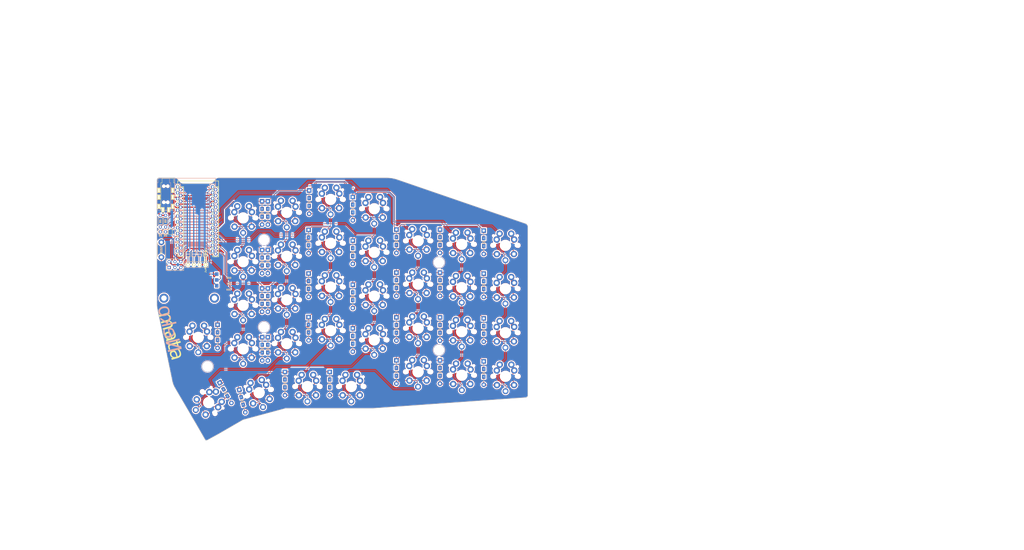
<source format=kicad_pcb>
(kicad_pcb (version 20240108) (generator "pcbnew") (generator_version "8.0")
  (layers (0 "F.Cu" signal) (31 "B.Cu" signal) (34 "B.Paste" user) (35 "F.Paste" user) (36 "B.SilkS" user "B.Silkscreen") (37 "F.SilkS" user "F.Silkscreen") (38 "B.Mask" user) (39 "F.Mask" user) (44 "Edge.Cuts" user))
  (net 0 "")
  (net 1 "Net-(D1-A)")
  (net 2 "row4")
  (net 3 "Net-(D2-A)")
  (net 4 "Net-(D3-A)")
  (net 5 "Net-(D4-A)")
  (net 6 "row1")
  (net 7 "Net-(D5-A)")
  (net 8 "row2")
  (net 9 "Net-(D6-A)")
  (net 10 "row3")
  (net 11 "Net-(D7-A)")
  (net 12 "Net-(D8-A)")
  (net 13 "Net-(D9-A)")
  (net 14 "Net-(D10-A)")
  (net 15 "Net-(D11-A)")
  (net 16 "Net-(D12-A)")
  (net 17 "Net-(D13-A)")
  (net 18 "Net-(D14-A)")
  (net 19 "Net-(D15-A)")
  (net 20 "Net-(D16-A)")
  (net 21 "Net-(D17-A)")
  (net 22 "Net-(D18-A)")
  (net 23 "Net-(D19-A)")
  (net 24 "Net-(D20-A)")
  (net 25 "Net-(D21-A)")
  (net 26 "Net-(D22-A)")
  (net 27 "Net-(D23-A)")
  (net 28 "Net-(D24-A)")
  (net 29 "Net-(D25-A)")
  (net 30 "Net-(D26-A)")
  (net 31 "Net-(D27-A)")
  (net 32 "Net-(D28-A)")
  (net 33 "VCC")
  (net 34 "GND")
  (net 35 "col0")
  (net 36 "col1")
  (net 37 "col2")
  (net 38 "col3")
  (net 39 "col4")
  (net 40 "col5")
  (net 41 "SDA")
  (net 42 "LED")
  (net 43 "SCL")
  (net 44 "RESET")
  (net 45 "Net-(D29-A)")
  (net 46 "Net-(P2-Pin_1)")
  (net 47 "Net-(P1-Pin_1)")
  (net 48 "Net-(P4-P4)")
  (net 49 "Net-(P4-P3)")
  (net 50 "DATA")
  (net 51 "Net-(P4-P2)")
  (net 52 "Net-(P4-P1)")
  (net 54 "col6")
  (net 60 "Net-(D30-A)")
  (net 61 "Net-(D31-A)")
  (net 62 "Net-(D32-A)")
  (net 63 "row0")
  (net 64 "Net-(D33-A)")
  (footprint "Lily58-footprint:Diode_TH_SOD123" (layer "F.Cu") (at 128.75 47.75 -90)
    (property "Reference" "D1" (hide yes))
    (property "Value" "D" (hide yes))
  )
  (footprint "Lily58-footprint:Diode_TH_SOD123" (layer "F.Cu") (at 131.25 47.75 -90)
    (property "Reference" "D2" (hide yes))
    (property "Value" "D" (hide yes))
  )
  (footprint "Lily58-footprint:Diode_TH_SOD123" (layer "F.Cu") (at 149.25 43.035 -90)
    (property "Reference" "D3" (hide yes))
    (property "Value" "D" (hide yes))
  )
  (footprint "Lily58-footprint:Diode_TH_SOD123" (layer "F.Cu") (at 168.25 45.893 -90)
    (property "Reference" "D4" (hide yes))
    (property "Value" "D" (hide yes))
  )
  (footprint "Lily58-footprint:Diode_TH_SOD123" (layer "F.Cu") (at 187.25 60.1 -90)
    (property "Reference" "D5" (hide yes))
    (property "Value" "D" (hide yes))
  )
  (footprint "Lily58-footprint:Diode_TH_SOD123" (layer "F.Cu") (at 206.25 60.1 -90)
    (property "Reference" "D6" (hide yes))
    (property "Value" "D" (hide yes))
  )
  (footprint "Lily58-footprint:Diode_TH_SOD123" (layer "F.Cu") (at 128.75 69 -90)
    (property "Reference" "D7" (hide yes))
    (property "Value" "D" (hide yes))
  )
  (footprint "Lily58-footprint:Diode_TH_SOD123" (layer "F.Cu") (at 131.25254 68.95254 -90)
    (property "Reference" "D8" (hide yes))
    (property "Value" "D" (hide yes))
  )
  (footprint "Lily58-footprint:Diode_TH_SOD123" (layer "F.Cu") (at 149 60.235 -90)
    (property "Reference" "D9" (hide yes))
    (property "Value" "D" (hide yes))
  )
  (footprint "Lily58-footprint:Diode_TH_SOD123" (layer "F.Cu") (at 168.25 64.893 -90)
    (property "Reference" "D10" (hide yes))
    (property "Value" "D" (hide yes))
  )
  (footprint "Lily58-footprint:Diode_TH_SOD123" (layer "F.Cu") (at 187.25 78.85 -90)
    (property "Reference" "D11" (hide yes))
    (property "Value" "D" (hide yes))
  )
  (footprint "Lily58-footprint:Diode_TH_SOD123" (layer "F.Cu") (at 206.25 78.85 -90)
    (property "Reference" "D12" (hide yes))
    (property "Value" "D" (hide yes))
  )
  (footprint "Lily58-footprint:Diode_TH_SOD123" (layer "F.Cu") (at 128.75 85.75 -90)
    (property "Reference" "D13" (hide yes))
    (property "Value" "D" (hide yes))
  )
  (footprint "Lily58-footprint:Diode_TH_SOD123" (layer "F.Cu") (at 131.25 85.75 -90)
    (property "Reference" "D14" (hide yes))
    (property "Value" "D" (hide yes))
  )
  (footprint "Lily58-footprint:Diode_TH_SOD123" (layer "F.Cu") (at 149 79.235 -90)
    (property "Reference" "D15" (hide yes))
    (property "Value" "D" (hide yes))
  )
  (footprint "Lily58-footprint:Diode_TH_SOD123" (layer "F.Cu") (at 168.25 84.143 -90)
    (property "Reference" "D16" (hide yes))
    (property "Value" "D" (hide yes))
  )
  (footprint "Lily58-footprint:Diode_TH_SOD123" (layer "F.Cu") (at 187.25 98.35 -90)
    (property "Reference" "D17" (hide yes))
    (property "Value" "D" (hide yes))
  )
  (footprint "Lily58-footprint:Diode_TH_SOD123" (layer "F.Cu") (at 206.25 98.35 -90)
    (property "Reference" "D18" (hide yes))
    (property "Value" "D" (hide yes))
  )
  (footprint "Lily58-footprint:Diode_TH_SOD123" (layer "F.Cu") (at 128.8 107 -90)
    (property "Reference" "D19" (hide yes))
    (property "Value" "D" (hide yes))
  )
  (footprint "Lily58-footprint:Diode_TH_SOD123" (layer "F.Cu") (at 131.25 107 -90)
    (property "Reference" "D20" (hide yes))
    (property "Value" "D" (hide yes))
  )
  (footprint "Lily58-footprint:Diode_TH_SOD123" (layer "F.Cu") (at 149 98.235 -90)
    (property "Reference" "D21" (hide yes))
    (property "Value" "D" (hide yes))
  )
  (footprint "Lily58-footprint:Diode_TH_SOD123" (layer "F.Cu") (at 168.25 103.143 -90)
    (property "Reference" "D22" (hide yes))
    (property "Value" "D" (hide yes))
  )
  (footprint "Lily58-footprint:Diode_TH_SOD123" (layer "F.Cu") (at 187.25 117.1 -90)
    (property "Reference" "D23" (hide yes))
    (property "Value" "D" (hide yes))
  )
  (footprint "Lily58-footprint:Diode_TH_SOD123" (layer "F.Cu") (at 206.25 117.1 -90)
    (property "Reference" "D24" (hide yes))
    (property "Value" "D" (hide yes))
  )
  (footprint "Lily58-footprint:Diode_TH_SOD123" (layer "F.Cu") (at 109.36 101.58 -90)
    (property "Reference" "D25" (hide yes))
    (property "Value" "D" (hide yes))
  )
  (footprint "Lily58-footprint:Diode_TH_SOD123" (layer "F.Cu") (at 112.8 126.2 -60)
    (property "Reference" "D26" (hide yes))
    (property "Value" "D" (hide yes))
  )
  (footprint "Lily58-footprint:Diode_TH_SOD123" (layer "F.Cu") (at 120.10399 129.777763 -75)
    (property "Reference" "D27" (hide yes))
    (property "Value" "D" (hide yes))
  )
  (footprint "Lily58-footprint:Diode_TH_SOD123" (layer "F.Cu") (at 138.7 122.15 -90)
    (property "Reference" "D28" (hide yes))
    (property "Value" "D" (hide yes))
  )
  (footprint "Lily58-footprint:Diode_TH_SOD123" (layer "F.Cu") (at 158.2 122.15 -90)
    (property "Reference" "D29" (hide yes))
    (property "Value" "D" (hide yes))
  )
  (footprint "Lily58-footprint:RESISTOR_mini" (layer "F.Cu") (at 84.46922 51.409272 -90)
    (property "Reference" "R1")
    (property "Value" "R" (hide yes))
  )
  (footprint "Lily58-footprint:RESISTOR_mini" (layer "F.Cu") (at 86.71922 51.409272 -90)
    (property "Reference" "R2")
    (property "Value" "R" (hide yes))
  )
  (footprint "Lily58-footprint:MX_PG1350-Under_FLIP_HOLES_18mm" (layer "F.Cu") (at 120.5 50)
    (property "Reference" "SW1" (hide yes))
    (property "Value" "SW_PUSH" (hide yes))
  )
  (footprint "Lily58-footprint:MX_PG1350-Under_FLIP_HOLES_18mm" (layer "F.Cu") (at 139.5 47.6)
    (property "Reference" "SW2" (hide yes))
    (property "Value" "SW_PUSH" (hide yes))
  )
  (footprint "Lily58-footprint:MX_PG1350-Under_FLIP_HOLES_18mm" (layer "F.Cu") (at 158.6 41.945)
    (property "Reference" "SW3" (hide yes))
    (property "Value" "SW_PUSH" (hide yes))
  )
  (footprint "Lily58-footprint:MX_PG1350-Under_FLIP_HOLES_18mm" (layer "F.Cu") (at 177.6 45.993)
    (property "Reference" "SW4" (hide yes))
    (property "Value" "SW_PUSH" (hide yes))
  )
  (footprint "Lily58-footprint:MX_PG1350-Under_FLIP_HOLES_18mm" (layer "F.Cu") (at 196.7 60)
    (property "Reference" "SW5" (hide yes))
    (property "Value" "SW_PUSH" (hide yes))
  )
  (footprint "Lily58-footprint:MX_PG1350-Under_FLIP_HOLES_18mm" (layer "F.Cu") (at 215.7 61.5)
    (property "Reference" "SW6" (hide yes))
    (property "Value" "SW_PUSH" (hide yes))
  )
  (footprint "Lily58-footprint:MX_PG1350-Under_FLIP_HOLES_18mm" (layer "F.Cu") (at 120.5 69.1)
    (property "Reference" "SW7" (hide yes))
    (property "Value" "SW_PUSH" (hide yes))
  )
  (footprint "Lily58-footprint:MX_PG1350-Under_FLIP_HOLES_18mm" (layer "F.Cu") (at 139.5 66.7)
    (property "Reference" "SW8" (hide yes))
    (property "Value" "SW_PUSH" (hide yes))
  )
  (footprint "Lily58-footprint:MX_PG1350-Under_FLIP_HOLES_18mm" (layer "F.Cu") (at 158.6 61.035)
    (property "Reference" "SW9" (hide yes))
    (property "Value" "SW_PUSH" (hide yes))
  )
  (footprint "Lily58-footprint:MX_PG1350-Under_FLIP_HOLES_18mm" (layer "F.Cu") (at 177.6 64.993)
    (property "Reference" "SW10" (hide yes))
    (property "Value" "SW_PUSH" (hide yes))
  )
  (footprint "Lily58-footprint:MX_PG1350-Under_FLIP_HOLES_18mm" (layer "F.Cu") (at 196.7 78.9)
    (property "Reference" "SW11" (hide yes))
    (property "Value" "SW_PUSH" (hide yes))
  )
  (footprint "Lily58-footprint:MX_PG1350-Under_FLIP_HOLES_18mm" (layer "F.Cu") (at 215.7 80.4)
    (property "Reference" "SW12" (hide yes))
    (property "Value" "SW_PUSH" (hide yes))
  )
  (footprint "Lily58-footprint:MX_PG1350-Under_FLIP_HOLES_18mm" (layer "F.Cu") (at 120.5 88.1)
    (property "Reference" "SW13" (hide yes))
    (property "Value" "SW_PUSH" (hide yes))
  )
  (footprint "Lily58-footprint:MX_PG1350-Under_FLIP_HOLES_18mm" (layer "F.Cu") (at 139.5 85.7)
    (property "Reference" "SW14" (hide yes))
    (property "Value" "SW_PUSH" (hide yes))
  )
  (footprint "Lily58-footprint:MX_PG1350-Under_FLIP_HOLES_18mm" (layer "F.Cu") (at 158.6 80.135)
    (property "Reference" "SW15" (hide yes))
    (property "Value" "SW_PUSH" (hide yes))
  )
  (footprint "Lily58-footprint:MX_PG1350-Under_FLIP_HOLES_18mm" (layer "F.Cu") (at 177.6 84.093)
    (property "Reference" "SW16" (hide yes))
    (property "Value" "SW_PUSH" (hide yes))
  )
  (footprint "Lily58-footprint:MX_PG1350-Under_FLIP_HOLES_18mm" (layer "F.Cu") (at 196.7 98.1)
    (property "Reference" "SW17" (hide yes))
    (property "Value" "SW_PUSH" (hide yes))
  )
  (footprint "Lily58-footprint:MX_PG1350-Under_FLIP_HOLES_18mm" (layer "F.Cu") (at 215.7 99.6)
    (property "Reference" "SW18" (hide yes))
    (property "Value" "SW_PUSH" (hide yes))
  )
  (footprint "Lily58-footprint:MX_PG1350-Under_FLIP_HOLES_18mm" (layer "F.Cu") (at 120.5 107.1)
    (property "Reference" "SW19" (hide yes))
    (property "Value" "SW_PUSH" (hide yes))
  )
  (footprint "Lily58-footprint:MX_PG1350-Under_FLIP_HOLES_18mm" (layer "F.Cu") (at 139.5 104.8)
    (property "Reference" "SW20" (hide yes))
    (property "Value" "SW_PUSH" (hide yes))
  )
  (footprint "Lily58-footprint:MX_PG1350-Under_FLIP_HOLES_18mm" (layer "F.Cu") (at 158.6 99.135)
    (property "Reference" "SW21" (hide yes))
    (property "Value" "SW_PUSH" (hide yes))
  )
  (footprint "Lily58-footprint:MX_PG1350-Under_FLIP_HOLES_18mm" (layer "F.Cu") (at 177.6 103.193)
    (property "Reference" "SW22" (hide yes))
    (property "Value" "SW_PUSH" (hide yes))
  )
  (footprint "Lily58-footprint:MX_PG1350-Under_FLIP_HOLES_18mm" (layer "F.Cu") (at 196.7 117.1)
    (property "Reference" "SW23" (hide yes))
    (property "Value" "SW_PUSH" (hide yes))
  )
  (footprint "Lily58-footprint:MX_PG1350-Under_FLIP_HOLES_18mm" (layer "F.Cu") (at 215.75 118.6)
    (property "Reference" "SW24" (hide yes))
    (property "Value" "SW_PUSH" (hide yes))
  )
  (footprint "Lily58-footprint:MX_PG1350-Under_FLIP_HOLES_18mm" (layer "F.Cu") (at 100.96 102.08)
    (property "Reference" "SW25" (hide yes))
    (property "Value" "SW_PUSH" (hide yes))
  )
  (footprint "Lily58-footprint:MX_PG1350-Under_FLIP_HOLES_27mm" (layer "F.Cu") (at 105.5 130.5 -60)
    (property "Reference" "SW26" (hide yes))
    (property "Value" "SW_PUSH" (hide yes))
  )
  (footprint "Lily58-footprint:MX_PG1350-Under_FLIP_HOLES_18mm" (layer "F.Cu") (at 127.474126 126.21475 15)
    (property "Reference" "SW27" (hide yes))
    (property "Value" "SW_PUSH" (hide yes))
  )
  (footprint "Lily58-footprint:MX_PG1350-Under_FLIP_HOLES_18mm" (layer "F.Cu") (at 148.5 123.5)
    (property "Reference" "SW28" (hide yes))
    (property "Value" "SW_PUSH" (hide yes))
  )
  (footprint "Lily58-footprint:MX_PG1350-Under_FLIP_HOLES_18mm" (layer "F.Cu") (at 167.6 123.5)
    (property "Reference" "SW29" (hide yes))
    (property "Value" "SW_PUSH" (hide yes))
  )
  (footprint "Lily58-footprint:StripLED" (layer "F.Cu") (at 109 79.58 180)
    (property "Reference" "J1" (hide yes))
    (property "Value" "LED" (hide yes))
  )
  (footprint "Lily58-footprint:MJ-4PP-9" (layer "F.Cu") (at 87.681185 34.67)
    (property "Reference" "J2" (hide yes))
    (property "Value" "4PIN" (hide yes))
  )
  (footprint "Lily58-footprint:1pin_conn" (layer "F.Cu") (at 84.481185 56.07 180)
    (property "Reference" "P1")
    (property "Value" "i2c_pin" (hide yes))
  )
  (footprint "Lily58-footprint:1pin_conn" (layer "F.Cu") (at 86.681185 56.07 180)
    (property "Reference" "P2")
    (property "Value" "i2c_pin" (hide yes))
  )
  (footprint "Lily58-footprint:M2_HOLE_PCB" (layer "F.Cu") (at 86 85)
    (property "Reference" "TH1" (hide yes))
    (property "Value" "HOLE")
  )
  (footprint "Lily58-footprint:M2_HOLE_PCB" (layer "F.Cu") (at 108 85)
    (property "Reference" "TH2" (hide yes))
    (property "Value" "HOLE")
  )
  (footprint "Lily58-footprint:HOLE_M2_TH" (layer "F.Cu") (at 129.6 59.6)
    (property "Reference" "TH3" (hide yes))
    (property "Value" "HOLE" (hide yes))
  )
  (footprint "Lily58-footprint:HOLE_M2_TH" (layer "F.Cu") (at 205.8 69.4)
    (property "Reference" "TH4" (hide yes))
    (property "Value" "HOLE" (hide yes))
  )
  (footprint "Lily58-footprint:HOLE_M2_TH" (layer "F.Cu") (at 129.6 97.6)
    (property "Reference" "TH5" (hide yes))
    (property "Value" "HOLE" (hide yes))
  )
  (footprint "Lily58-footprint:HOLE_M2_TH" (layer "F.Cu") (at 205.8 107.6)
    (property "Reference" "TH6" (hide yes))
    (property "Value" "HOLE" (hide yes))
  )
  (footprint "Lily58-footprint:HOLE_M2_TH" (layer "F.Cu") (at 105 114.8 90)
    (property "Reference" "TH7" (hide yes))
    (property "Value" "HOLE" (hide yes))
  )
  (footprint "Lily58-footprint:jumper_data" (layer "F.Cu") (at 88.781185 56.07 90)
    (property "Reference" "W1" (hide yes))
    (property "Value" "jumper" (hide yes))
  )
  (footprint "Lily58-footprint:TACT_SWITCH_TVBP06" (layer "F.Cu") (at 84.881185 63.87 -90)
    (property "Reference" "RSW1" (hide yes))
    (property "Value" "SW_RST" (hide yes))
  )
  (footprint "Lily58-footprint:ProMicro_rev2" (layer "F.Cu") (at 100.781185 51.27)
    (property "Reference" "U1" (hide yes))
    (property "Value" "ProMicro" (hide yes))
  )
  (footprint "Lily58-footprint:Jumper" (layer "F.Cu") (at 98.981185 65.77 90)
    (property "Reference" "JP3" (hide yes))
    (property "Value" "Jumper_NO_Small" (hide yes))
  )
  (footprint "Lily58-footprint:Jumper" (layer "F.Cu") (at 96.481185 65.77 90)
    (property "Reference" "JP4" (hide yes))
    (property "Value" "Jumper_NO_Small" (hide yes))
  )
  (footprint "Lily58-footprint:MY_SIL-4" (layer "F.Cu") (at 96.481185 70.37)
    (property "Reference" "P4" (hide yes))
    (property "Value" "OLED" (hide yes))
  )
  (footprint "Lily58-footprint:Jumper" (layer "F.Cu") (at 101.581185 65.77 90)
    (property "Reference" "JP2" (hide yes))
    (property "Value" "Jumper_NO_Small" (hide yes))
  )
  (footprint "Lily58-footprint:Jumper" (layer "F.Cu") (at 104.081185 65.77 90)
    (property "Reference" "JP1" (hide yes))
    (property "Value" "Jumper_NO_Small")
  )
  (footprint "Lily58-footprint:ICSP" (layer "F.Cu") (at 90.805158 70.363759 90)
    (property "Reference" "P3" (hide yes))
    (property "Value" "ICSP" (hide yes))
  )
  (footprint "Lily58-footprint:Diode_TH_SOD123" (layer "F.Cu") (at 225.29 60.551076 -90)
    (property "Reference" "D6" (hide yes))
    (property "Value" "D" (hide yes))
  )
  (footprint "Lily58-footprint:Diode_TH_SOD123" (layer "F.Cu") (at 225.29 117.551076 -90)
    (property "Reference" "D24" (hide yes))
    (property "Value" "D" (hide yes))
  )
  (footprint "Lily58-footprint:MX_PG1350-Under_FLIP_HOLES_18mm" (layer "F.Cu") (at 234.79 119.051076)
    (property "Reference" "SW24" (hide yes))
    (property "Value" "SW_PUSH" (hide yes))
  )
  (footprint "Lily58-footprint:MX_PG1350-Under_FLIP_HOLES_18mm" (layer "F.Cu") (at 234.74 61.951076)
    (property "Reference" "SW6" (hide yes))
    (property "Value" "SW_PUSH" (hide yes))
  )
  (footprint "Lily58-footprint:Diode_TH_SOD123" (layer "F.Cu") (at 225.29 79.301076 -90)
    (property "Reference" "D12" (hide yes))
    (property "Value" "D" (hide yes))
  )
  (footprint "Lily58-footprint:Diode_TH_SOD123" (layer "F.Cu") (at 225.29 98.801076 -90)
    (property "Reference" "D18" (hide yes))
    (property "Value" "D" (hide yes))
  )
  (footprint "Lily58-footprint:MX_PG1350-Under_FLIP_HOLES_18mm" (layer "F.Cu") (at 234.74 80.851076)
    (property "Reference" "SW12" (hide yes))
    (property "Value" "SW_PUSH" (hide yes))
  )
  (footprint "Lily58-footprint:MX_PG1350-Under_FLIP_HOLES_18mm" (layer "F.Cu") (at 234.74 100.051076)
    (property "Reference" "SW18" (hide yes))
    (property "Value" "SW_PUSH" (hide yes))
  )
  (footprint "Lily58-footprint:Jumper" (layer "B.Cu") (at 104.081185 65.77 90)
    (property "Reference" "JP5" (hide yes))
    (property "Value" "Jumper_NO_Small" (hide yes))
  )
  (footprint "Lily58-footprint:Jumper" (layer "B.Cu") (at 101.581185 65.77 90)
    (property "Reference" "JP6" (hide yes))
    (property "Value" "Jumper_NO_Small" (hide yes))
  )
  (footprint "Lily58-footprint:Jumper" (layer "B.Cu") (at 98.981185 65.77 90)
    (property "Reference" "JP7" (hide yes))
    (property "Value" "Jumper_NO_Small" (hide yes))
  )
  (footprint "Lily58-footprint:Jumper" (layer "B.Cu") (at 96.481185 65.77 90)
    (property "Reference" "JP8" (hide yes))
    (property "Value" "Jumper_NO_Small" (hide yes))
  )
  (gr_line (start 104.727515 136.741716) (end 99.708827 128.017012) (stroke (width 0.25)) (layer "F.Cu") (net 45))
  (gr_line (start 82.937528 82.285296) (end 82.937528 75.978362) (stroke (width 0.2)) (layer "Edge.Cuts"))
  (gr_line (start 82.937528 87.570548) (end 82.937528 82.285296) (stroke (width 0.2)) (layer "Edge.Cuts"))
  (gr_line (start 89.647159 121.085698) (end 83.144138 89.592802) (stroke (width 0.2)) (layer "Edge.Cuts"))
  (gr_line (start 177.038238 133) (end 139 133) (stroke (width 0.2)) (layer "Edge.Cuts"))
  (gr_arc (start 107.600488 34.24939) (mid 106.905128 34.802607) (end 106.03875 35) (stroke (width 0.2)) (layer "Edge.Cuts"))
  (gr_line (start 116.472704 140.323624) (end 118.148399 139.353485) (stroke (width 0.2)) (layer "Edge.Cuts"))
  (gr_line (start 104.577247 146.997649) (end 104.735905 146.950459) (stroke (width 0.2)) (layer "Edge.Cuts"))
  (gr_line (start 104.428293 147.007155) (end 104.577247 146.997649) (stroke (width 0.2)) (layer "Edge.Cuts"))
  (gr_line (start 187.978557 33.381484) (end 243.751094 52.565112) (stroke (width 0.2)) (layer "Edge.Cuts"))
  (gr_line (start 82.972921 33.33059) (end 83.034055 33.13343) (stroke (width 0.2)) (layer "Edge.Cuts"))
  (gr_line (start 83.034055 33.13343) (end 83.130807 32.955064) (stroke (width 0.2)) (layer "Edge.Cuts"))
  (gr_line (start 83.130807 32.955064) (end 83.258968 32.799698) (stroke (width 0.2)) (layer "Edge.Cuts"))
  (gr_line (start 114.79701 141.293763) (end 116.472704 140.323624) (stroke (width 0.2)) (layer "Edge.Cuts"))
  (gr_line (start 118.148399 139.353485) (end 120.162331 138.194348) (stroke (width 0.2)) (layer "Edge.Cuts"))
  (gr_line (start 107.600488 34.24939) (end 108.399512 33.25061) (stroke (width 0.2)) (layer "Edge.Cuts"))
  (gr_line (start 244.508103 53.979597) (end 244.5 66.151076) (stroke (width 0.2)) (layer "Edge.Cuts"))
  (gr_arc (start 108.399512 33.25061) (mid 109.094872 32.697393) (end 109.96125 32.5) (stroke (width 0.2)) (layer "Edge.Cuts"))
  (gr_arc (start 90.807581 124.11041) (mid 90.104067 122.645359) (end 89.647159 121.085698) (stroke (width 0.2)) (layer "Edge.Cuts"))
  (gr_line (start 104.289511 146.979626) (end 104.428293 147.007155) (stroke (width 0.2)) (layer "Edge.Cuts"))
  (gr_line (start 98.357588 137.024895) (end 100.033282 139.891214) (stroke (width 0.2)) (layer "Edge.Cuts"))
  (gr_line (start 82.951608 33.542337) (end 82.972921 33.33059) (stroke (width 0.2)) (layer "Edge.Cuts"))
  (gr_line (start 83.258968 32.799698) (end 83.414335 32.671536) (stroke (width 0.2)) (layer "Edge.Cuts"))
  (gr_line (start 95.006199 131.292256) (end 96.681893 134.158575) (stroke (width 0.2)) (layer "Edge.Cuts"))
  (gr_arc (start 90.53875 32.5) (mid 91.405141 32.697376) (end 92.100488 33.25061) (stroke (width 0.2)) (layer "Edge.Cuts"))
  (gr_line (start 90.807581 124.11041) (end 91.65481 125.559617) (stroke (width 0.2)) (layer "Edge.Cuts"))
  (gr_line (start 100.033282 139.891214) (end 103.845466 146.51216) (stroke (width 0.2)) (layer "Edge.Cuts"))
  (gr_line (start 113.121315 142.263902) (end 114.79701 141.293763) (stroke (width 0.2)) (layer "Edge.Cuts"))
  (gr_line (start 120.87611 137.898349) (end 139 133) (stroke (width 0.2)) (layer "Edge.Cuts"))
  (gr_arc (start 94.46125 35) (mid 93.594859 34.802624) (end 92.899512 34.24939) (stroke (width 0.2)) (layer "Edge.Cuts"))
  (gr_line (start 104.903799 146.864937) (end 109.769926 144.204179) (stroke (width 0.2)) (layer "Edge.Cuts"))
  (gr_line (start 96.681893 134.158575) (end 98.357588 137.024895) (stroke (width 0.2)) (layer "Edge.Cuts"))
  (gr_line (start 244.5 75.632699) (end 244.5 85.114321) (stroke (width 0.2)) (layer "Edge.Cuts"))
  (gr_line (start 104.735905 146.950459) (end 104.903799 146.864937) (stroke (width 0.2)) (layer "Edge.Cuts"))
  (gr_line (start 109.769926 144.204179) (end 111.445621 143.234041) (stroke (width 0.2)) (layer "Edge.Cuts"))
  (gr_arc (start 183 32.5) (mid 185.527995 32.722072) (end 187.978557 33.381484) (stroke (width 0.2)) (layer "Edge.Cuts"))
  (gr_arc (start 244.5 127.3) (mid 244.207107 128.007107) (end 243.5 128.3) (stroke (width 0.2)) (layer "Edge.Cuts"))
  (gr_line (start 244.5 66.151076) (end 244.5 75.632699) (stroke (width 0.2)) (layer "Edge.Cuts"))
  (gr_line (start 92.899512 34.24939) (end 92.100488 33.25061) (stroke (width 0.2)) (layer "Edge.Cuts"))
  (gr_line (start 103.845466 146.51216) (end 103.938878 146.681331) (stroke (width 0.2)) (layer "Edge.Cuts"))
  (gr_line (start 93.330504 128.425936) (end 95.006199 131.292256) (stroke (width 0.2)) (layer "Edge.Cuts"))
  (gr_line (start 91.65481 125.559617) (end 93.330504 128.425936) (stroke (width 0.2)) (layer "Edge.Cuts"))
  (gr_line (start 168 32.500001) (end 183 32.5) (stroke (width 0.2)) (layer "Edge.Cuts"))
  (gr_line (start 83.414335 32.671536) (end 83.592701 32.574785) (stroke (width 0.2)) (layer "Edge.Cuts"))
  (gr_arc (start 120.162331 138.194348) (mid 120.50965 138.023271) (end 120.87611 137.898349) (stroke (width 0.2)) (layer "Edge.Cuts"))
  (gr_line (start 106.03875 35) (end 94.46125 35) (stroke (width 0.2)) (layer "Edge.Cuts"))
  (gr_arc (start 243.751094 52.565112) (mid 244.30695 53.177439) (end 244.508103 53.979597) (stroke (width 0.2)) (layer "Edge.Cuts"))
  (gr_line (start 82.937528 75.978362) (end 82.951608 33.542337) (stroke (width 0.2)) (layer "Edge.Cuts"))
  (gr_line (start 111.445621 143.234041) (end 113.121315 142.263902) (stroke (width 0.2)) (layer "Edge.Cuts"))
  (gr_line (start 244.5 94.595943) (end 244.5 104.077566) (stroke (width 0.2)) (layer "Edge.Cuts"))
  (gr_line (start 244.5 104.077566) (end 244.5 113.559188) (stroke (width 0.2)) (layer "Edge.Cuts"))
  (gr_line (start 109.96125 32.5) (end 148.25 32.500001) (stroke (width 0.2)) (layer "Edge.Cuts"))
  (gr_line (start 244.5 113.559188) (end 244.5 127.3) (stroke (width 0.2)) (layer "Edge.Cuts"))
  (gr_line (start 104.044336 146.816065) (end 104.161369 146.915713) (stroke (width 0.2)) (layer "Edge.Cuts"))
  (gr_arc (start 83.144138 89.592802) (mid 82.989311 88.586939) (end 82.937528 87.570548) (stroke (width 0.2)) (layer "Edge.Cuts"))
  (gr_line (start 103.938878 146.681331) (end 104.044336 146.816065) (stroke (width 0.2)) (layer "Edge.Cuts"))
  (gr_line (start 90.53875 32.5) (end 84 32.5) (stroke (width 0.2)) (layer "Edge.Cuts"))
  (gr_line (start 244.5 85.114321) (end 244.5 94.595943) (stroke (width 0.2)) (layer "Edge.Cuts"))
  (gr_line (start 83.78986 32.51365) (end 84.001608 32.492337) (stroke (width 0.2)) (layer "Edge.Cuts"))
  (gr_line (start 83.592701 32.574785) (end 83.78986 32.51365) (stroke (width 0.2)) (layer "Edge.Cuts"))
  (gr_line (start 148.25 32.500001) (end 168 32.500001) (stroke (width 0.2)) (layer "Edge.Cuts"))
  (gr_line (start 104.161369 146.915713) (end 104.289511 146.979626) (stroke (width 0.2)) (layer "Edge.Cuts"))
  (gr_line (start 177.038238 133) (end 243.5 128.3) (stroke (width 0.2)) (layer "Edge.Cuts"))
  (gr_text "LED" (at 114.3 78.7 0) (layer "B.SilkS") (effects (font (size 0.7 0.7) (thickness 0.125)) (justify mirror)))
  (gr_text "VCC" (at 114.3 76.2 0) (layer "B.SilkS") (effects (font (size 0.7 0.7) (thickness 0.125)) (justify mirror)))
  (gr_text "GND" (at 114.2 81.3 0) (layer "B.SilkS") (effects (font (size 0.7 0.7) (thickness 0.125)) (justify mirror)))
  (gr_text "Neko" (at 87 109.5 -77) (layer "B.SilkS") (effects (font (size 6 6)) (justify left bottom mirror)))
  (gr_text "LED" (at 114.3 78.7 0) (layer "F.SilkS") (effects (font (size 0.7 0.7) (thickness 0.125))))
  (gr_text "GND" (at 114.3 76.2 0) (layer "F.SilkS") (effects (font (size 0.7 0.7) (thickness 0.125))))
  (gr_text "VCC" (at 114.2 81.3 0) (layer "F.SilkS") (effects (font (size 0.7 0.7) (thickness 0.125))))
  (gr_text "mata" (at 86 91 -74) (layer "F.SilkS") (effects (font (size 6 6)) (justify left)))
  (segment (start 93.26 47.855745) (end 106.00544 47.855745) (width 0.25) (layer "F.Cu") (net 0))
  (segment (start 106.00544 47.855745) (end 107.201185 46.66) (width 0.25) (layer "F.Cu") (net 0))
  (segment (start 93.26 37.695745) (end 106.00544 37.695745) (width 0.25) (layer "F.Cu") (net 0))
  (segment (start 106.00544 37.695745) (end 107.201185 36.5) (width 0.25) (layer "F.Cu") (net 0))
  (segment (start 105.181186 51.869997) (end 105.481185 52.169996) (width 0.25) (layer "F.Cu") (net 0))
  (segment (start 91.961185 51.74) (end 105.051189 51.74) (width 0.25) (layer "F.Cu") (net 0))
  (segment (start 105.051189 51.74) (end 105.181186 51.869997) (width 0.25) (layer "F.Cu") (net 0))
  (via (at 105.481185 52.169996) (size 0.6) (drill 0.4) (layers "F.Cu" "B.Cu") (net 0))
  (segment (start 105.781184 52.469995) (end 105.481185 52.169996) (width 0.25) (layer "B.Cu") (net 0))
  (segment (start 106.246934 52.935745) (end 105.781184 52.469995) (width 0.25) (layer "B.Cu") (net 0))
  (segment (start 108.5 52.935745) (end 106.246934 52.935745) (width 0.25) (layer "B.Cu") (net 0))
  (segment (start 123.04 46.19) (end 124.31 47.46) (width 0.25) (layer "F.Cu") (net 1))
  (segment (start 125.56 53.86) (end 125.5 53.8) (width 0.25) (layer "F.Cu") (net 1))
  (segment (start 127.86254 53.8) (end 128.75254 52.91) (width 0.25) (layer "F.Cu") (net 1))
  (segment (start 128.75254 52.91) (end 128.75254 49.45254) (width 0.25) (layer "F.Cu") (net 1))
  (segment (start 128.75254 49.45254) (end 128.75 49.45) (width 0.25) (layer "F.Cu") (net 1))
  (segment (start 125.5 53.8) (end 127.86254 53.8) (width 0.25) (layer "F.Cu") (net 1))
  (segment (start 124 52.3) (end 125.5 53.8) (width 0.25) (layer "F.Cu") (net 1))
  (segment (start 124 45.88) (end 124 52.3) (width 0.25) (layer "F.Cu") (net 1))
  (segment (start 115.5 53.8) (end 125.5 53.8) (width 0.25) (layer "F.Cu") (net 1))
  (segment (start 123.04 44.92) (end 123.04 46.19) (width 0.25) (layer "F.Cu") (net 1))
  (segment (start 123.04 44.92) (end 124 45.88) (width 0.25) (layer "F.Cu") (net 1))
  (segment (start 117.790287 120.398589) (end 120.824126 117.36475) (width 0.25) (layer "F.Cu") (net 2))
  (segment (start 155.30305 115.5) (end 141.60203 115.5) (width 0.25) (layer "F.Cu") (net 2))
  (segment (start 114.5 76.23641) (end 112.4 74.13641) (width 0.25) (layer "F.Cu") (net 2))
  (segment (start 118.812348 124.947476) (end 119.663998 128.135689) (width 0.25) (layer "F.Cu") (net 2))
  (segment (start 141.60203 115.5) (end 139.95203 117.15) (width 0.25) (layer "F.Cu") (net 2))
  (segment (start 93.611185 64.44) (end 96.14541 61.905775) (width 0.25) (layer "F.Cu") (net 2))
  (segment (start 158.2 117.15254) (end 158.20254 117.15) (width 0.25) (layer "F.Cu") (net 2))
  (segment (start 138.70254 120.44746) (end 138.7 120.45) (width 0.25) (layer "F.Cu") (net 2))
  (segment (start 109.36254 96.58) (end 109.36254 95.23746) (width 0.25) (layer "F.Cu") (net 2))
  (segment (start 139.95203 117.15) (end 138.70254 117.15) (width 0.25) (layer "F.Cu") (net 2))
  (segment (start 114.5 81.9) (end 114.5 76.23641) (width 0.25) (layer "F.Cu") (net 2))
  (segment (start 113 83.4) (end 114.5 81.9) (width 0.25) (layer "F.Cu") (net 2))
  (segment (start 113 119) (end 113 119.170803) (width 0.25) (layer "F.Cu") (net 2))
  (segment (start 91.961185 64.44) (end 93.611185 64.44) (width 0.25) (layer "F.Cu") (net 2))
  (segment (start 113 117) (end 113 91.6) (width 0.25) (layer "F.Cu") (net 2))
  (segment (start 113 119.170803) (end 110.3022 121.868603) (width 0.25) (layer "F.Cu") (net 2))
  (segment (start 158.20254 117.15) (end 156.95305 117.15) (width 0.25) (layer "F.Cu") (net 2))
  (segment (start 110.3022 121.868603) (end 117.838929 121.868603) (width 0.25) (layer "F.Cu") (net 2))
  (segment (start 111.95 124.727757) (end 110.3022 121.868603) (width 0.25) (layer "F.Cu") (net 2))
  (segment (start 113 91.6) (end 113 83.4) (width 0.25) (layer "F.Cu") (net 2))
  (segment (start 112.4 66.788815) (end 111.24693 65.635745) (width 0.25) (layer "F.Cu") (net 2))
  (segment (start 111.24693 65.635745) (end 108.5 65.635745) (width 0.25) (layer "F.Cu") (net 2))
  (segment (start 156.95305 117.15) (end 155.30305 115.5) (width 0.25) (layer "F.Cu") (net 2))
  (segment (start 109.36 96.58254) (end 109.36254 96.58) (width 0.25) (layer "F.Cu") (net 2))
  (segment (start 117.790287 121.71475) (end 117.790287 120.398589) (width 0.25) (layer "F.Cu") (net 2))
  (segment (start 158.2 120.45) (end 158.2 117.15254) (width 0.25) (layer "F.Cu") (net 2))
  (segment (start 103.61696 61.905775) (end 105.481185 63.77) (width 0.25) (layer "F.Cu") (net 2))
  (segment (start 120.824126 117.36475) (end 138.676666 117.36475) (width 0.25) (layer "F.Cu") (net 2))
  (segment (start 109.36 99.88) (end 109.36 96.58254) (width 0.25) (layer "F.Cu") (net 2))
  (segment (start 96.14541 61.905775) (end 103.61696 61.905775) (width 0.25) (layer "F.Cu") (net 2))
  (segment (start 112.4 74.13641) (end 112.4 66.788815) (width 0.25) (layer "F.Cu") (net 2))
  (segment (start 113 117) (end 113 119) (width 0.25) (layer "F.Cu") (net 2))
  (segment (start 109.36254 95.23746) (end 113 91.6) (width 0.25) (layer "F.Cu") (net 2))
  (segment (start 138.70254 117.15) (end 138.70254 120.44746) (width 0.25) (layer "F.Cu") (net 2))
  (segment (start 117.790287 121.71475) (end 118.812348 124.947476) (width 0.25) (layer "F.Cu") (net 2))
  (via (at 105.481185 63.77) (size 0.6) (drill 0.4) (layers "F.Cu" "B.Cu") (net 2))
  (segment (start 108.551185 65.64) (end 106.787595 65.64) (width 0.25) (layer "B.Cu") (net 2))
  (segment (start 105.481185 64.33359) (end 105.481185 64.194264) (width 0.25) (layer "B.Cu") (net 2))
  (segment (start 106.787595 65.64) (end 105.481185 64.33359) (width 0.25) (layer "B.Cu") (net 2))
  (segment (start 105.481185 64.194264) (end 105.481185 63.77) (width 0.25) (layer "B.Cu") (net 2))
  (segment (start 142.04 43.79) (end 143.31 45.06) (width 0.25) (layer "F.Cu") (net 3))
  (segment (start 131.25254 52.91) (end 131.25254 49.45254) (width 0.25) (layer "F.Cu") (net 3))
  (segment (start 131.25254 49.45254) (end 131.25 49.45) (width 0.25) (layer "F.Cu") (net 3))
  (segment (start 144.5 51.4) (end 132.76254 51.4) (width 0.25) (layer "F.Cu") (net 3))
  (segment (start 143 43.48) (end 143 49.9) (width 0.25) (layer "F.Cu") (net 3))
  (segment (start 132.76254 51.4) (end 131.25254 52.91) (width 0.25) (layer "F.Cu") (net 3))
  (segment (start 142.04 42.52) (end 143 43.48) (width 0.25) (layer "F.Cu") (net 3))
  (segment (start 143 49.9) (end 144.5 51.4) (width 0.25) (layer "F.Cu") (net 3))
  (segment (start 142.04 42.52) (end 142.04 43.79) (width 0.25) (layer "F.Cu") (net 3))
  (segment (start 149.25 46.14246) (end 149.25254 46.145) (width 0.25) (layer "F.Cu") (net 4))
  (segment (start 162 44.135) (end 163.6 45.735) (width 0.25) (layer "F.Cu") (net 4))
  (segment (start 161.14 38.125) (end 162 38.985) (width 0.25) (layer "F.Cu") (net 4))
  (segment (start 151.15 48.195) (end 149.25254 48.195) (width 0.25) (layer "F.Cu") (net 4))
  (segment (start 163.6 45.735) (end 153.6 45.735) (width 0.25) (layer "F.Cu") (net 4))
  (segment (start 162 38.985) (end 162 44.135) (width 0.25) (layer "F.Cu") (net 4))
  (segment (start 162.41 39.395) (end 161.14 38.125) (width 0.25) (layer "F.Cu") (net 4))
  (segment (start 153.6 45.745) (end 151.15 48.195) (width 0.25) (layer "F.Cu") (net 4))
  (segment (start 149.25 44.735) (end 149.25 48.19246) (width 0.25) (layer "F.Cu") (net 4))
  (segment (start 180.14 42.183) (end 181.41 43.453) (width 0.25) (layer "F.Cu") (net 5))
  (segment (start 168.25254 51.053) (end 168.25254 47.59554) (width 0.25) (layer "F.Cu") (net 5))
  (segment (start 168.25254 47.59554) (end 168.25 47.593) (width 0.25) (layer "F.Cu") (net 5))
  (segment (start 182.6 49.793) (end 181 48.193) (width 0.25) (layer "F.Cu") (net 5))
  (segment (start 169.51254 49.793) (end 182.6 49.793) (width 0.25) (layer "F.Cu") (net 5))
  (segment (start 181 41.773) (end 180.14 40.913) (width 0.25) (layer "F.Cu") (net 5))
  (segment (start 181 48.193) (end 181 41.773) (width 0.25) (layer "F.Cu") (net 5))
  (segment (start 168.25254 51.053) (end 169.51254 49.793) (width 0.25) (layer "F.Cu") (net 5))
  (segment (start 180.14 40.913) (end 180.14 42.183) (width 0.25) (layer "F.Cu") (net 5))
  (segment (start 206.24746 77.14746) (end 206.25 77.15) (width 0.25) (layer "F.Cu") (net 6))
  (segment (start 206.25 73.85254) (end 206.25254 73.85) (width 0.25) (layer "F.Cu") (net 6))
  (segment (start 187.25 73.85254) (end 187.25254 73.85) (width 0.25) (layer "F.Cu") (net 6))
  (segment (start 168.25 59.89554) (end 168.25254 59.893) (width 0.25) (layer "F.Cu") (net 6))
  (segment (start 187.25254 70.55254) (end 184.75 68.05) (width 0.25) (layer "F.Cu") (net 6))
  (segment (start 168.25254 59.893) (end 168.25 59.893) (width 0.25) (layer "F.Cu") (net 6))
  (segment (start 164.95 53.935) (end 150.3 53.935) (width 0.25) (layer "F.Cu") (net 6))
  (segment (start 128.75 64.00254) (end 128.75254 64) (width 0.25) (layer "F.Cu") (net 6))
  (segment (start 225.28746 77.598536) (end 225.29 77.601076) (width 0.25) (layer "F.Cu") (net 6))
  (segment (start 225.29 74.301076) (end 225.29254 74.301076) (width 0.25) (layer "F.Cu") (net 6))
  (segment (start 209.45 73.85) (end 206.25254 73.85) (width 0.25) (layer "F.Cu") (net 6))
  (segment (start 211.001076 72.301076) (end 223.29 72.301076) (width 0.25) (layer "F.Cu") (net 6))
  (segment (start 149.00254 59.5) (end 135.7 59.5) (width 0.25) (layer "F.Cu") (net 6))
  (segment (start 223.29 72.301076) (end 225.29 74.301076) (width 0.25) (layer "F.Cu") (net 6))
  (segment (start 204 73.85) (end 202 71.85) (width 0.25) (layer "F.Cu") (net 6))
  (segment (start 187.25 73.85) (end 187.25254 73.85) (width 0.25) (layer "F.Cu") (net 6))
  (segment (start 131.25254 67.25254) (end 131.25254 63.95508) (width 0.25) (layer "F.Cu") (net 6))
  (segment (start 164.95 53.935) (end 168.25254 57.23754) (width 0.25) (layer "F.Cu") (net 6))
  (segment (start 182.143 57.893) (end 170.25254 57.893) (width 0.25) (layer "F.Cu") (net 6))
  (segment (start 128.75 67.3) (end 128.75 64.00254) (width 0.25) (layer "F.Cu") (net 6))
  (segment (start 225.29 74.303616) (end 225.29254 74.301076) (width 0.25) (layer "F.Cu") (net 6))
  (segment (start 128.8 63.95254) (end 128.75254 64) (width 0.25) (layer "F.Cu") (net 6))
  (segment (start 225.29 77.601076) (end 225.29 74.303616) (width 0.25) (layer "F.Cu") (net 6))
  (segment (start 149.00254 55.23246) (end 149.00254 55.235) (width 0.25) (layer "F.Cu") (net 6))
  (segment (start 202 71.85) (end 189.25254 71.85) (width 0.25) (layer "F.Cu") (net 6))
  (segment (start 128.75254 64) (end 126.37754 61.625) (width 0.25) (layer "F.Cu") (net 6))
  (segment (start 110 58) (end 109.984255 58.015745) (width 0.25) (layer "F.Cu") (net 6))
  (segment (start 168.25254 57.23754) (end 168.25254 59.893) (width 0.25) (layer "F.Cu") (net 6))
  (segment (start 126.37754 61.625) (end 113.625 61.625) (width 0.25) (layer "F.Cu") (net 6))
  (segment (start 206.25 77.15) (end 206.25 73.85254) (width 0.25) (layer "F.Cu") (net 6))
  (segment (start 131.25508 63.95254) (end 128.8 63.95254) (width 0.25) (layer "F.Cu") (net 6))
  (segment (start 92.011185 56.72) (end 104.931189 56.72) (width 0.25) (layer "F.Cu") (net 6))
  (segment (start 189.25254 71.85) (end 187.25254 73.85) (width 0.25) (layer "F.Cu") (net 6))
  (segment (start 131.25508 63.94492) (end 131.25508 63.95254) (width 0.25) (layer "F.Cu") (net 6))
  (segment (start 113.625 61.625) (end 110 58) (width 0.25) (layer "F.Cu") (net 6))
  (segment (start 187.25 77.15) (end 187.25 73.85254) (width 0.25) (layer "F.Cu") (net 6))
  (segment (start 211 72.3) (end 209.45 73.85) (width 0.25) (layer "F.Cu") (net 6))
  (segment (start 184.75 60.5) (end 182.143 57.893) (width 0.25) (layer "F.Cu") (net 6))
  (segment (start 109.984255 58.015745) (end 108.5 58.015745) (width 0.25) (layer "F.Cu") (net 6))
  (segment (start 149 55.23754) (end 149.00254 55.235) (width 0.25) (layer "F.Cu") (net 6))
  (segment (start 150.3 53.935) (end 149.00254 55.23246) (width 0.25) (layer "F.Cu") (net 6))
  (segment (start 184.75 68.05) (end 184.75 60.5) (width 0.25) (layer "F.Cu") (net 6))
  (segment (start 104.931189 56.72) (end 105.181186 56.969997) (width 0.25) (layer "F.Cu") (net 6))
  (segment (start 170.25254 57.893) (end 168.25254 59.893) (width 0.25) (layer "F.Cu") (net 6))
  (segment (start 206.25254 73.85) (end 204 73.85) (width 0.25) (layer "F.Cu") (net 6))
  (segment (start 105.181186 56.969997) (end 105.481185 57.269996) (width 0.25) (layer "F.Cu") (net 6))
  (segment (start 211 72.3) (end 211.001076 72.301076) (width 0.25) (layer "F.Cu") (net 6))
  (segment (start 187.25254 73.85) (end 187.25254 70.55254) (width 0.25) (layer "F.Cu") (net 6))
  (segment (start 131.25254 63.95508) (end 131.25508 63.95254) (width 0.25) (layer "F.Cu") (net 6))
  (segment (start 168.25 63.193) (end 168.25 59.89554) (width 0.25) (layer "F.Cu") (net 6))
  (segment (start 135.7 59.5) (end 131.25508 63.94492) (width 0.25) (layer "F.Cu") (net 6))
  (segment (start 149 58.535) (end 149 55.23754) (width 0.25) (layer "F.Cu") (net 6))
  (via (at 105.481185 57.269996) (size 0.6) (drill 0.4) (layers "F.Cu" "B.Cu") (net 6))
  (segment (start 105.781184 57.569995) (end 105.481185 57.269996) (width 0.25) (layer "B.Cu") (net 6))
  (segment (start 106.231189 58.02) (end 105.781184 57.569995) (width 0.25) (layer "B.Cu") (net 6))
  (segment (start 108.551185 58.02) (end 106.231189 58.02) (width 0.25) (layer "B.Cu") (net 6))
  (segment (start 199.24 56.19) (end 200.51 57.46) (width 0.25) (layer "F.Cu") (net 7))
  (segment (start 187.25254 65.26) (end 187.25254 61.80254) (width 0.25) (layer "F.Cu") (net 7))
  (segment (start 187.25254 61.80254) (end 187.25 61.8) (width 0.25) (layer "F.Cu") (net 7))
  (segment (start 200 63.402644) (end 200.397356 63.8) (width 0.25) (layer "F.Cu") (net 7))
  (segment (start 199.24 54.92) (end 199.24 56.19) (width 0.25) (layer "F.Cu") (net 7))
  (segment (start 199.24 54.92) (end 200 55.68) (width 0.25) (layer "F.Cu") (net 7))
  (segment (start 200.397356 63.8) (end 188.71254 63.8) (width 0.25) (layer "F.Cu") (net 7))
  (segment (start 200 55.68) (end 200 63.402644) (width 0.25) (layer "F.Cu") (net 7))
  (segment (start 188.71254 63.8) (end 187.25254 65.26) (width 0.25) (layer "F.Cu") (net 7))
  (segment (start 206.25254 95.75254) (end 206.25 95.75) (width 0.25) (layer "F.Cu") (net 8))
  (segment (start 187.25254 95.50254) (end 187.25 95.5) (width 0.25) (layer "F.Cu") (net 8))
  (segment (start 187.25 93.10254) (end 187.25254 93.1) (width 0.25) (layer "F.Cu") (net 8))
  (segment (start 206.25 93.35254) (end 206.25254 93.35) (width 0.25) (layer "F.Cu") (net 8))
  (segment (start 168.25 79.14554) (end 168.25254 79.143) (width 0.25) (layer "F.Cu") (net 8))
  (segment (start 149 74.23754) (end 149.00254 74.235) (width 0.25) (layer "F.Cu") (net 8))
  (segment (start 206.25 93.35) (end 204 91.1) (width 0.25) (layer "F.Cu") (net 8))
  (segment (start 131.25 80.75254) (end 131.25254 80.75) (width 0.25) (layer "F.Cu") (net 8))
  (segment (start 128.75 80.75254) (end 128.75254 80.75) (width 0.25) (layer "F.Cu") (net 8))
  (segment (start 128.75254 80.75) (end 128.73054 80.772) (width 0.25) (layer "F.Cu") (net 8))
  (segment (start 225.29 93.801076) (end 225.29254 93.801076) (width 0.25) (layer "F.Cu") (net 8))
  (segment (start 128.75254 80.75) (end 128.75254 79.50051) (width 0.25) (layer "F.Cu") (net 8))
  (segment (start 149 77.535) (end 148.965 77.5) (width 0.25) (layer "F.Cu") (net 8))
  (segment (start 168.25 82.443) (end 168.25 79.14554) (width 0.25) (layer "F.Cu") (net 8))
  (segment (start 116.6 77) (end 113.4 73.8) (width 0.25) (layer "F.Cu") (net 8))
  (segment (start 164.5 73.035) (end 168.25254 76.78754) (width 0.25) (layer "F.Cu") (net 8))
  (segment (start 134.50254 77.5) (end 131.25254 80.75) (width 0.25) (layer "F.Cu") (net 8))
  (segment (start 168.25254 76.78754) (end 168.25254 79.143) (width 0.25) (layer "F.Cu") (net 8))
  (segment (start 111.26693 60.555745) (end 108.5 60.555745) (width 0.25) (layer "F.Cu") (net 8))
  (segment (start 128.75 84.05) (end 128.75 80.75254) (width 0.25) (layer "F.Cu") (net 8))
  (segment (start 149 77.535) (end 149 74.23754) (width 0.25) (layer "F.Cu") (net 8))
  (segment (start 206.25 96.65) (end 206.25 93.35254) (width 0.25) (layer "F.Cu") (net 8))
  (segment (start 131.25254 80.75) (end 128.75254 80.75) (width 0.25) (layer "F.Cu") (net 8))
  (segment (start 170.50254 76.893) (end 168.25254 79.143) (width 0.25) (layer "F.Cu") (net 8))
  (segment (start 221.988924 90.5) (end 225.29 93.801076) (width 0.25) (layer "F.Cu") (net 8))
  (segment (start 128.75254 79.50051) (end 126.25203 77) (width 0.25) (layer "F.Cu") (net 8))
  (segment (start 126.25203 77) (end 116.6 77) (width 0.25) (layer "F.Cu") (net 8))
  (segment (start 181.643 76.893) (end 170.50254 76.893) (width 0.25) (layer "F.Cu") (net 8))
  (segment (start 105.181186 59.570001) (end 105.481185 59.87) (width 0.25) (layer "F.Cu") (net 8))
  (segment (start 92.011185 59.26) (end 104.871185 59.26) (width 0.25) (layer "F.Cu") (net 8))
  (segment (start 150.20254 73.035) (end 149.00254 74.235) (width 0.25) (layer "F.Cu") (net 8))
  (segment (start 206.25254 93.35) (end 206.25 93.35) (width 0.25) (layer "F.Cu") (net 8))
  (segment (start 187.25254 87.75254) (end 184.75 85.25) (width 0.25) (layer "F.Cu") (net 8))
  (segment (start 184.75 85.25) (end 184.75 80) (width 0.25) (layer "F.Cu") (net 8))
  (segment (start 164.5 73.035) (end 150.20254 73.035) (width 0.25) (layer "F.Cu") (net 8))
  (segment (start 113.4 73.8) (end 113.4 62.688815) (width 0.25) (layer "F.Cu") (net 8))
  (segment (start 187.25 93.1) (end 187.25254 93.1) (width 0.25) (layer "F.Cu") (net 8))
  (segment (start 187.25254 93.35) (end 187.25254 87.75254) (width 0.25) (layer "F.Cu") (net 8))
  (segment (start 189.85254 90.5) (end 187.25254 93.1) (width 0.25) (layer "F.Cu") (net 8))
  (segment (start 225.29 93.803616) (end 225.29254 93.801076) (width 0.25) (layer "F.Cu") (net 8))
  (segment (start 113.4 62.688815) (end 111.26693 60.555745) (width 0.25) (layer "F.Cu") (net 8))
  (segment (start 148.965 77.5) (end 134.50254 77.5) (width 0.25) (layer "F.Cu") (net 8))
  (segment (start 203.4 90.5) (end 189.85254 90.5) (width 0.25) (layer "F.Cu") (net 8))
  (segment (start 131.25 84.05) (end 131.25 80.75254) (width 0.25) (layer "F.Cu") (net 8))
  (segment (start 203.4 90.5) (end 221.988924 90.5) (width 0.25) (layer "F.Cu") (net 8))
  (segment (start 187.25 96.4) (end 187.25 93.10254) (width 0.25) (layer "F.Cu") (net 8))
  (segment (start 168.25254 79.143) (end 168.25 79.143) (width 0.25) (layer "F.Cu") (net 8))
  (segment (start 225.29254 96.203616) (end 225.29 96.201076) (width 0.25) (layer "F.Cu") (net 8))
  (segment (start 225.29 97.101076) (end 225.29 93.803616) (width 0.25) (layer "F.Cu") (net 8))
  (segment (start 204 91.1) (end 203.4 90.5) (width 0.25) (layer "F.Cu") (net 8))
  (segment (start 104.871185 59.26) (end 105.181186 59.570001) (width 0.25) (layer "F.Cu") (net 8))
  (segment (start 184.75 80) (end 181.643 76.893) (width 0.25) (layer "F.Cu") (net 8))
  (via (at 105.481185 59.87) (size 0.6) (drill 0.4) (layers "F.Cu" "B.Cu") (net 8))
  (segment (start 106.171185 60.56) (end 105.781184 60.169999) (width 0.25) (layer "B.Cu") (net 8))
  (segment (start 108.551185 60.56) (end 106.171185 60.56) (width 0.25) (layer "B.Cu") (net 8))
  (segment (start 105.781184 60.169999) (end 105.481185 59.87) (width 0.25) (layer "B.Cu") (net 8))
  (segment (start 206.25 65.25746) (end 206.25254 65.26) (width 0.25) (layer "F.Cu") (net 9))
  (segment (start 218.800102 58.96) (end 219.51 58.96) (width 0.25) (layer "F.Cu") (net 9))
  (segment (start 218.24 58.399898) (end 218.800102 58.96) (width 0.25) (layer "F.Cu") (net 9))
  (segment (start 219 63.6) (end 220.7 65.3) (width 0.25) (layer "F.Cu") (net 9))
  (segment (start 220.7 65.3) (end 206.29254 65.3) (width 0.25) (layer "F.Cu") (net 9))
  (segment (start 218.24 56.42) (end 219 57.18) (width 0.25) (layer "F.Cu") (net 9))
  (segment (start 206.29254 65.3) (end 206.25254 65.26) (width 0.25) (layer "F.Cu") (net 9))
  (segment (start 206.25 61.8) (end 206.25 65.25746) (width 0.25) (layer "F.Cu") (net 9))
  (segment (start 218.24 56.42) (end 218.24 58.399898) (width 0.25) (layer "F.Cu") (net 9))
  (segment (start 219 57.18) (end 219 63.6) (width 0.25) (layer "F.Cu") (net 9))
  (segment (start 206.25254 114.50254) (end 206.25 114.5) (width 0.25) (layer "F.Cu") (net 10))
  (segment (start 187.25254 114.50254) (end 187.25 114.5) (width 0.25) (layer "F.Cu") (net 10))
  (segment (start 168.25 98.14554) (end 168.25254 98.143) (width 0.25) (layer "F.Cu") (net 10))
  (segment (start 149 93.23754) (end 149.00254 93.235) (width 0.25) (layer "F.Cu") (net 10))
  (segment (start 189.50254 109.85) (end 187.25254 112.1) (width 0.25) (layer "F.Cu") (net 10))
  (segment (start 124.05305 98.5) (end 118.5 98.5) (width 0.25) (layer "F.Cu") (net 10))
  (segment (start 135.7 97.5) (end 131.25254 101.94746) (width 0.25) (layer "F.Cu") (net 10))
  (segment (start 113.5 83.53641) (end 114.950011 82.0864) (width 0.25) (layer "F.Cu") (net 10))
  (segment (start 189.50254 109.80254) (end 189.50254 109.85) (width 0.25) (layer "F.Cu") (net 10))
  (segment (start 105.481185 62.17) (end 104.31694 61.005755) (width 0.25) (layer "F.Cu") (net 10))
  (segment (start 131.25254 102) (end 128.80254 102) (width 0.25) (layer "F.Cu") (net 10))
  (segment (start 127.55305 102) (end 124.05305 98.5) (width 0.25) (layer "F.Cu") (net 10))
  (segment (start 168.25254 98.143) (end 170.89554 95.5) (width 0.25) (layer "F.Cu") (net 10))
  (segment (start 222.483924 109.8) (end 225.235 112.551076) (width 0.25) (layer "F.Cu") (net 10))
  (segment (start 111.20693 63.095745) (end 108.5 63.095745) (width 0.25) (layer "F.Cu") (net 10))
  (segment (start 149.00254 97.5) (end 135.7 97.5) (width 0.25) (layer "F.Cu") (net 10))
  (segment (start 93.914774 61.9) (end 93.038815 61.9) (width 0.25) (layer "F.Cu") (net 10))
  (segment (start 93.038815 61.9) (end 91.961185 61.9) (width 0.25) (layer "F.Cu") (net 10))
  (segment (start 168.25254 95.78754) (end 168.25254 98.143) (width 0.25) (layer "F.Cu") (net 10))
  (segment (start 168.25 101.443) (end 168.25 98.14554) (width 0.25) (layer "F.Cu") (net 10))
  (segment (start 183 95.5) (end 185 97.5) (width 0.25) (layer "F.Cu") (net 10))
  (segment (start 206.25254 112.1) (end 208.7 112.1) (width 0.25) (layer "F.Cu") (net 10))
  (segment (start 187.25 115.4) (end 187.25 112.10254) (width 0.25) (layer "F.Cu") (net 10))
  (segment (start 187.25254 107.75254) (end 187.25254 112.1) (width 0.25) (layer "F.Cu") (net 10))
  (segment (start 185 97.5) (end 185 105.5) (width 0.25) (layer "F.Cu") (net 10))
  (segment (start 211 109.8) (end 222.483924 109.8) (width 0.25) (layer "F.Cu") (net 10))
  (segment (start 112.9 64.788815) (end 111.20693 63.095745) (width 0.25) (layer "F.Cu") (net 10))
  (segment (start 164.5 92.035) (end 168.25254 95.78754) (width 0.25) (layer "F.Cu") (net 10))
  (segment (start 168.25254 98.143) (end 168.25 98.143) (width 0.25) (layer "F.Cu") (net 10))
  (segment (start 131.25 102.00254) (end 131.25254 102) (width 0.25) (layer "F.Cu") (net 10))
  (segment (start 206.25 115.4) (end 206.25 112.10254) (width 0.25) (layer "F.Cu") (net 10))
  (segment (start 149 96.535) (end 149 93.23754) (width 0.25) (layer "F.Cu") (net 10))
  (segment (start 94.80902 61.005754) (end 93.914774 61.9) (width 0.25) (layer "F.Cu") (net 10))
  (segment (start 203.75 112.1) (end 201.5 109.85) (width 0.25) (layer "F.Cu") (net 10))
  (segment (start 131.25254 101.94746) (end 131.25254 102) (width 0.25) (layer "F.Cu") (net 10))
  (segment (start 114.950011 82.0864) (end 114.950011 76.05001) (width 0.25) (layer "F.Cu") (net 10))
  (segment (start 225.29254 114.953616) (end 225.29 114.951076) (width 0.25) (layer "F.Cu") (net 10))
  (segment (start 128.80254 102) (end 127.55305 102) (width 0.25) (layer "F.Cu") (net 10))
  (segment (start 201.5 109.85) (end 189.50254 109.85) (width 0.25) (layer "F.Cu") (net 10))
  (segment (start 208.7 112.1) (end 211 109.8) (width 0.25) (layer "F.Cu") (net 10))
  (segment (start 164.5 92.035) (end 150.20254 92.035) (width 0.25) (layer "F.Cu") (net 10))
  (segment (start 185 105.5) (end 187.25254 107.75254) (width 0.25) (layer "F.Cu") (net 10))
  (segment (start 113.5 93.5) (end 113.5 83.53641) (width 0.25) (layer "F.Cu") (net 10))
  (segment (start 114.950011 76.05001) (end 112.9 74) (width 0.25) (layer "F.Cu") (net 10))
  (segment (start 118.5 98.5) (end 113.5 93.5) (width 0.25) (layer "F.Cu") (net 10))
  (segment (start 170.89554 95.5) (end 183 95.5) (width 0.25) (layer "F.Cu") (net 10))
  (segment (start 150.20254 92.035) (end 149.00254 93.235) (width 0.25) (layer "F.Cu") (net 10))
  (segment (start 128.8 105.3) (end 128.8 102.00254) (width 0.25) (layer "F.Cu") (net 10))
  (segment (start 206.25254 112.1) (end 203.75 112.1) (width 0.25) (layer "F.Cu") (net 10))
  (segment (start 128.8 102.00254) (end 128.80254 102) (width 0.25) (layer "F.Cu") (net 10))
  (segment (start 131.25 105.3) (end 131.25 102.00254) (width 0.25) (layer "F.Cu") (net 10))
  (segment (start 104.31694 61.005755) (end 94.80902 61.005754) (width 0.25) (layer "F.Cu") (net 10))
  (segment (start 225.29 115.851076) (end 225.29 112.553616) (width 0.25) (layer "F.Cu") (net 10))
  (segment (start 112.9 74) (end 112.9 64.788815) (width 0.25) (layer "F.Cu") (net 10))
  (via (at 105.481185 62.17) (size 0.6) (drill 0.4) (layers "F.Cu" "B.Cu") (net 10))
  (segment (start 105.781184 62.469999) (end 105.481185 62.17) (width 0.25) (layer "B.Cu") (net 10))
  (segment (start 108.551185 63.1) (end 106.411185 63.1) (width 0.25) (layer "B.Cu") (net 10))
  (segment (start 106.411185 63.1) (end 105.781184 62.469999) (width 0.25) (layer "B.Cu") (net 10))
  (segment (start 225.29 65.708536) (end 225.29254 65.711076) (width 0.25) (layer "F.Cu") (net 11))
  (segment (start 225.33254 65.751076) (end 225.29254 65.711076) (width 0.25) (layer "F.Cu") (net 11))
  (segment (start 238 57.591076) (end 238 64.011076) (width 0.25) (layer "F.Cu") (net 11))
  (segment (start 238 64.011076) (end 239.74 65.751076) (width 0.25) (layer "F.Cu") (net 11))
  (segment (start 239.74 65.751076) (end 225.33254 65.751076) (width 0.25) (layer "F.Cu") (net 11))
  (segment (start 237.28 56.871076) (end 238 57.591076) (width 0.25) (layer "F.Cu") (net 11))
  (segment (start 237.28 56.871076) (end 237.28 58.850974) (width 0.25) (layer "F.Cu") (net 11))
  (segment (start 237.28 58.850974) (end 237.840102 59.411076) (width 0.25) (layer "F.Cu") (net 11))
  (segment (start 237.840102 59.411076) (end 238.55 59.411076) (width 0.25) (layer "F.Cu") (net 11))
  (segment (start 225.29 62.251076) (end 225.29 65.708536) (width 0.25) (layer "F.Cu") (net 11))
  (segment (start 123.04 65.29) (end 124.31 66.56) (width 0.25) (layer "F.Cu") (net 12))
  (segment (start 125.5 72.9) (end 115.5 72.9) (width 0.25) (layer "F.Cu") (net 12))
  (segment (start 124 71.4) (end 125.5 72.9) (width 0.25) (layer "F.Cu") (net 12))
  (segment (start 128.75 70.7) (end 127.7 70.7) (width 0.25) (layer "F.Cu") (net 12))
  (segment (start 127.7 70.7) (end 125.5 72.9) (width 0.25) (layer "F.Cu") (net 12))
  (segment (start 124 64.98) (end 124 71.4) (width 0.25) (layer "F.Cu") (net 12))
  (segment (start 123.04 64.02) (end 123.04 65.29) (width 0.25) (layer "F.Cu") (net 12))
  (segment (start 128.75 70.7) (end 128.75 74.15746) (width 0.25) (layer "F.Cu") (net 12))
  (segment (start 123.04 64.02) (end 124 64.98) (width 0.25) (layer "F.Cu") (net 12))
  (segment (start 128.75 74.15746) (end 128.75254 74.16) (width 0.25) (layer "F.Cu") (net 12))
  (segment (start 142.04 62.89) (end 143.31 64.16) (width 0.25) (layer "F.Cu") (net 13))
  (segment (start 143 62.58) (end 143 69) (width 0.25) (layer "F.Cu") (net 13))
  (segment (start 131.40508 70.5) (end 131.25254 70.65254) (width 0.25) (layer "F.Cu") (net 13))
  (segment (start 144.5 70.5) (end 131.40508 70.5) (width 0.25) (layer "F.Cu") (net 13))
  (segment (start 131.25508 74.11254) (end 131.25508 70.65508) (width 0.25) (layer "F.Cu") (net 13))
  (segment (start 142.04 61.62) (end 143 62.58) (width 0.25) (layer "F.Cu") (net 13))
  (segment (start 142.04 61.62) (end 142.04 62.89) (width 0.25) (layer "F.Cu") (net 13))
  (segment (start 131.25508 70.65508) (end 131.25254 70.65254) (width 0.25) (layer "F.Cu") (net 13))
  (segment (start 143 69) (end 144.5 70.5) (width 0.25) (layer "F.Cu") (net 13))
  (segment (start 161.14 57.225) (end 162.41 58.495) (width 0.25) (layer "F.Cu") (net 14))
  (segment (start 161.14 55.955) (end 162 56.815) (width 0.25) (layer "F.Cu") (net 14))
  (segment (start 163.6 64.835) (end 149.56254 64.835) (width 0.25) (layer "F.Cu") (net 14))
  (segment (start 149.56254 64.835) (end 149.00254 65.395) (width 0.25) (layer "F.Cu") (net 14))
  (segment (start 149.00254 65.395) (end 149.00254 61.93754) (width 0.25) (layer "F.Cu") (net 14))
  (segment (start 162 56.815) (end 162 63.235) (width 0.25) (layer "F.Cu") (net 14))
  (segment (start 149.00254 61.93754) (end 149 61.935) (width 0.25) (layer "F.Cu") (net 14))
  (segment (start 162 63.235) (end 163.6 64.835) (width 0.25) (layer "F.Cu") (net 14))
  (segment (start 161.14 55.955) (end 161.14 57.225) (width 0.25) (layer "F.Cu") (net 14))
  (segment (start 180.14 61.183) (end 181.41 62.453) (width 0.25) (layer "F.Cu") (net 15))
  (segment (start 168.25254 66.59554) (end 168.25 66.593) (width 0.25) (layer "F.Cu") (net 15))
  (segment (start 180.14 59.913) (end 181 60.773) (width 0.25) (layer "F.Cu") (net 15))
  (segment (start 169.51254 68.793) (end 168.25254 70.053) (width 0.25) (layer "F.Cu") (net 15))
  (segment (start 182.6 68.793) (end 169.51254 68.793) (width 0.25) (layer "F.Cu") (net 15))
  (segment (start 181 60.773) (end 181 67.193) (width 0.25) (layer "F.Cu") (net 15))
  (segment (start 180.14 59.913) (end 180.14 61.183) (width 0.25) (layer "F.Cu") (net 15))
  (segment (start 168.25254 70.053) (end 168.25254 66.59554) (width 0.25) (layer "F.Cu") (net 15))
  (segment (start 181 67.193) (end 182.6 68.793) (width 0.25) (layer "F.Cu") (net 15))
  (segment (start 199.24 75.09) (end 200.51 76.36) (width 0.25) (layer "F.Cu") (net 16))
  (segment (start 187.25254 84.01) (end 187.25254 80.55254) (width 0.25) (layer "F.Cu") (net 16))
  (segment (start 187.25254 80.55254) (end 187.25 80.55) (width 0.25) (layer "F.Cu") (net 16))
  (segment (start 200 74.58) (end 199.24 73.82) (width 0.25) (layer "F.Cu") (net 16))
  (segment (start 188.56254 82.7) (end 201.7 82.7) (width 0.25) (layer "F.Cu") (net 16))
  (segment (start 201.7 82.7) (end 200 81) (width 0.25) (layer "F.Cu") (net 16))
  (segment (start 200 81) (end 200 74.58) (width 0.25) (layer "F.Cu") (net 16))
  (segment (start 187.25254 84.01) (end 188.56254 82.7) (width 0.25) (layer "F.Cu") (net 16))
  (segment (start 199.24 73.82) (end 199.24 75.09) (width 0.25) (layer "F.Cu") (net 16))
  (segment (start 206.25254 84.01) (end 206.25254 80.55254) (width 0.25) (layer "F.Cu") (net 17))
  (segment (start 206.25254 80.55254) (end 206.25 80.55) (width 0.25) (layer "F.Cu") (net 17))
  (segment (start 218.24 75.32) (end 218.24 77.299898) (width 0.25) (layer "F.Cu") (net 17))
  (segment (start 218.800102 77.86) (end 219.51 77.86) (width 0.25) (layer "F.Cu") (net 17))
  (segment (start 218.24 75.32) (end 219.5 76.58) (width 0.25) (layer "F.Cu") (net 17))
  (segment (start 220.7 84.2) (end 206.44254 84.2) (width 0.25) (layer "F.Cu") (net 17))
  (segment (start 206.44254 84.2) (end 206.25254 84.01) (width 0.25) (layer "F.Cu") (net 17))
  (segment (start 219.5 83) (end 220.7 84.2) (width 0.25) (layer "F.Cu") (net 17))
  (segment (start 219.5 76.58) (end 219.5 83) (width 0.25) (layer "F.Cu") (net 17))
  (segment (start 218.24 77.299898) (end 218.800102 77.86) (width 0.25) (layer "F.Cu") (net 17))
  (segment (start 225.48254 84.651076) (end 225.29254 84.461076) (width 0.25) (layer "F.Cu") (net 18))
  (segment (start 225.29254 81.003616) (end 225.29 81.001076) (width 0.25) (layer "F.Cu") (net 18))
  (segment (start 225.29254 84.461076) (end 225.29254 81.003616) (width 0.25) (layer "F.Cu") (net 18))
  (segment (start 238 76.491076) (end 238 82.911076) (width 0.25) (layer "F.Cu") (net 18))
  (segment (start 237.28 77.750974) (end 237.840102 78.311076) (width 0.25) (layer "F.Cu") (net 18))
  (segment (start 237.28 75.771076) (end 238 76.491076) (width 0.25) (layer "F.Cu") (net 18))
  (segment (start 239.74 84.651076) (end 225.48254 84.651076) (width 0.25) (layer "F.Cu") (net 18))
  (segment (start 237.840102 78.311076) (end 238.55 78.311076) (width 0.25) (layer "F.Cu") (net 18))
  (segment (start 238 82.911076) (end 239.74 84.651076) (width 0.25) (layer "F.Cu") (net 18))
  (segment (start 237.28 75.771076) (end 237.28 77.750974) (width 0.25) (layer "F.Cu") (net 18))
  (segment (start 127.76254 91.9) (end 128.75254 90.91) (width 0.25) (layer "F.Cu") (net 19))
  (segment (start 128.75254 90.91) (end 128.75254 87.45254) (width 0.25) (layer "F.Cu") (net 19))
  (segment (start 128.75254 87.45254) (end 128.75 87.45) (width 0.25) (layer "F.Cu") (net 19))
  (segment (start 123.04 84.29) (end 124.31 85.56) (width 0.25) (layer "F.Cu") (net 19))
  (segment (start 123.04 83.02) (end 123.04 84.29) (width 0.25) (layer "F.Cu") (net 19))
  (segment (start 124 83.98) (end 124 90.4) (width 0.25) (layer "F.Cu") (net 19))
  (segment (start 124 90.4) (end 125.5 91.9) (width 0.25) (layer "F.Cu") (net 19))
  (segment (start 115.5 91.9) (end 125.5 91.9) (width 0.25) (layer "F.Cu") (net 19))
  (segment (start 125.5 91.9) (end 127.76254 91.9) (width 0.25) (layer "F.Cu") (net 19))
  (segment (start 123.04 83.02) (end 124 83.98) (width 0.25) (layer "F.Cu") (net 19))
  (segment (start 142.04 81.89) (end 143.31 83.16) (width 0.25) (layer "F.Cu") (net 20))
  (segment (start 131.25254 87.45254) (end 131.25 87.45) (width 0.25) (layer "F.Cu") (net 20))
  (segment (start 132.66254 89.5) (end 131.25254 90.91) (width 0.25) (layer "F.Cu") (net 20))
  (segment (start 142.5 87.5) (end 144.5 89.5) (width 0.25) (layer "F.Cu") (net 20))
  (segment (start 131.25254 90.91) (end 131.25254 87.45254) (width 0.25) (layer "F.Cu") (net 20))
  (segment (start 142.04 80.62) (end 142.5 81.08) (width 0.25) (layer "F.Cu") (net 20))
  (segment (start 142.5 81.08) (end 142.5 87.5) (width 0.25) (layer "F.Cu") (net 20))
  (segment (start 144.5 89.5) (end 132.66254 89.5) (width 0.25) (layer "F.Cu") (net 20))
  (segment (start 142.04 80.62) (end 142.04 81.89) (width 0.25) (layer "F.Cu") (net 20))
  (segment (start 149.00254 84.395) (end 149.00254 80.93754) (width 0.25) (layer "F.Cu") (net 21))
  (segment (start 149.00254 80.93754) (end 149 80.935) (width 0.25) (layer "F.Cu") (net 21))
  (segment (start 161.14 76.325) (end 162.41 77.595) (width 0.25) (layer "F.Cu") (net 21))
  (segment (start 163.6 83.935) (end 149.46254 83.935) (width 0.25) (layer "F.Cu") (net 21))
  (segment (start 161.14 75.055) (end 162 75.915) (width 0.25) (layer "F.Cu") (net 21))
  (segment (start 161.14 75.055) (end 161.14 76.325) (width 0.25) (layer "F.Cu") (net 21))
  (segment (start 162 75.915) (end 162 82.335) (width 0.25) (layer "F.Cu") (net 21))
  (segment (start 149.46254 83.935) (end 149.00254 84.395) (width 0.25) (layer "F.Cu") (net 21))
  (segment (start 162 82.335) (end 163.6 83.935) (width 0.25) (layer "F.Cu") (net 21))
  (segment (start 180.14 80.283) (end 181.41 81.553) (width 0.25) (layer "F.Cu") (net 22))
  (segment (start 168.25254 89.303) (end 168.25254 85.84554) (width 0.25) (layer "F.Cu") (net 22))
  (segment (start 168.25254 85.84554) (end 168.25 85.843) (width 0.25) (layer "F.Cu") (net 22))
  (segment (start 181 86.293) (end 182.6 87.893) (width 0.25) (layer "F.Cu") (net 22))
  (segment (start 180.14 79.013) (end 181 79.873) (width 0.25) (layer "F.Cu") (net 22))
  (segment (start 182.6 87.893) (end 169.66254 87.893) (width 0.25) (layer "F.Cu") (net 22))
  (segment (start 180.14 79.013) (end 180.14 80.283) (width 0.25) (layer "F.Cu") (net 22))
  (segment (start 169.66254 87.893) (end 168.25254 89.303) (width 0.25) (layer "F.Cu") (net 22))
  (segment (start 181 79.873) (end 181 86.293) (width 0.25) (layer "F.Cu") (net 22))
  (segment (start 199.24 94.29) (end 200.51 95.56) (width 0.25) (layer "F.Cu") (net 23))
  (segment (start 201.7 101.9) (end 188.61254 101.9) (width 0.25) (layer "F.Cu") (net 23))
  (segment (start 188.61254 101.9) (end 187.25254 103.26) (width 0.25) (layer "F.Cu") (net 23))
  (segment (start 199.24 93.02) (end 199.24 94.29) (width 0.25) (layer "F.Cu") (net 23))
  (segment (start 200 93.78) (end 200 100.2) (width 0.25) (layer "F.Cu") (net 23))
  (segment (start 200 100.2) (end 201.7 101.9) (width 0.25) (layer "F.Cu") (net 23))
  (segment (start 187.25254 103.26) (end 187.25254 99.80254) (width 0.25) (layer "F.Cu") (net 23))
  (segment (start 199.24 93.02) (end 200 93.78) (width 0.25) (layer "F.Cu") (net 23))
  (segment (start 206.25254 103.51) (end 206.25254 100.05254) (width 0.25) (layer "F.Cu") (net 24))
  (segment (start 218.24 96.499898) (end 218.800102 97.06) (width 0.25) (layer "F.Cu") (net 24))
  (segment (start 218.24 94.52) (end 218.24 96.499898) (width 0.25) (layer "F.Cu") (net 24))
  (segment (start 220.7 103.4) (end 206.36254 103.4) (width 0.25) (layer "F.Cu") (net 24))
  (segment (start 218.24 94.52) (end 219 95.28) (width 0.25) (layer "F.Cu") (net 24))
  (segment (start 219 101.7) (end 220.7 103.4) (width 0.25) (layer "F.Cu") (net 24))
  (segment (start 219 95.28) (end 219 101.7) (width 0.25) (layer "F.Cu") (net 24))
  (segment (start 206.36254 99.1) (end 206.25254 99.21) (width 0.25) (layer "F.Cu") (net 24))
  (segment (start 237.28 94.971076) (end 237.28 96.950974) (width 0.25) (layer "F.Cu") (net 25))
  (segment (start 237.28 96.950974) (end 237.840102 97.511076) (width 0.25) (layer "F.Cu") (net 25))
  (segment (start 225.29254 103.961076) (end 225.29254 100.503616) (width 0.25) (layer "F.Cu") (net 25))
  (segment (start 225.40254 99.551076) (end 225.29254 99.661076) (width 0.25) (layer "F.Cu") (net 25))
  (segment (start 238 95.691076) (end 238 102.111076) (width 0.25) (layer "F.Cu") (net 25))
  (segment (start 237.28 94.971076) (end 238 95.691076) (width 0.25) (layer "F.Cu") (net 25))
  (segment (start 239.74 103.851076) (end 225.40254 103.851076) (width 0.25) (layer "F.Cu") (net 25))
  (segment (start 238 102.111076) (end 239.74 103.851076) (width 0.25) (layer "F.Cu") (net 25))
  (segment (start 123.04 103.29) (end 124.31 104.56) (width 0.25) (layer "F.Cu") (net 26))
  (segment (start 128.8 108.7) (end 128.8 112.15746) (width 0.25) (layer "F.Cu") (net 26))
  (segment (start 124 109.4) (end 125.5 110.9) (width 0.25) (layer "F.Cu") (net 26))
  (segment (start 123.04 102.02) (end 124 102.98) (width 0.25) (layer "F.Cu") (net 26))
  (segment (start 124 102.98) (end 124 109.4) (width 0.25) (layer "F.Cu") (net 26))
  (segment (start 115.5 110.9) (end 125.5 110.9) (width 0.25) (layer "F.Cu") (net 26))
  (segment (start 128.8 112.15746) (end 128.80254 112.16) (width 0.25) (layer "F.Cu") (net 26))
  (segment (start 127.7 108.7) (end 128.8 108.7) (width 0.25) (layer "F.Cu") (net 26))
  (segment (start 125.5 110.9) (end 127.7 108.7) (width 0.25) (layer "F.Cu") (net 26))
  (segment (start 123.04 102.02) (end 123.04 103.29) (width 0.25) (layer "F.Cu") (net 26))
  (segment (start 142.04 100.99) (end 143.31 102.26) (width 0.35) (layer "F.Cu") (net 27))
  (segment (start 131.25 108.7) (end 131.25 112.15746) (width 0.25) (layer "F.Cu") (net 27))
  (segment (start 143 100.68) (end 143 107.1) (width 0.25) (layer "F.Cu") (net 27))
  (segment (start 131.35 108.6) (end 131.25 108.7) (width 0.25) (layer "F.Cu") (net 27))
  (segment (start 131.25 112.15746) (end 131.25254 112.16) (width 0.25) (layer "F.Cu") (net 27))
  (segment (start 144.5 108.6) (end 131.35 108.6) (width 0.25) (layer "F.Cu") (net 27))
  (segment (start 142.04 99.72) (end 143 100.68) (width 0.25) (layer "F.Cu") (net 27))
  (segment (start 142.04 99.72) (end 142.04 100.99) (width 0.25) (layer "F.Cu") (net 27))
  (segment (start 143 107.1) (end 144.5 108.6) (width 0.25) (layer "F.Cu") (net 27))
  (segment (start 149.00254 103.395) (end 149.00254 99.93754) (width 0.25) (layer "F.Cu") (net 28))
  (segment (start 149.00254 99.93754) (end 149 99.935) (width 0.25) (layer "F.Cu") (net 28))
  (segment (start 161.14 95.325) (end 162.41 96.595) (width 0.25) (layer "F.Cu") (net 28))
  (segment (start 161.14 94.055) (end 162 94.915) (width 0.25) (layer "F.Cu") (net 28))
  (segment (start 162 94.915) (end 162 101.335) (width 0.25) (layer "F.Cu") (net 28))
  (segment (start 163.6 102.935) (end 149.46254 102.935) (width 0.25) (layer "F.Cu") (net 28))
  (segment (start 149.46254 102.935) (end 149.00254 103.395) (width 0.25) (layer "F.Cu") (net 28))
  (segment (start 161.14 94.055) (end 161.14 95.325) (width 0.25) (layer "F.Cu") (net 28))
  (segment (start 162 101.335) (end 163.6 102.935) (width 0.25) (layer "F.Cu") (net 28))
  (segment (start 108.50254 105.88) (end 109.36254 106.74) (width 0.25) (layer "F.Cu") (net 29))
  (segment (start 109.56 106.54254) (end 109.36254 106.74) (width 0.25) (layer "F.Cu") (net 29))
  (segment (start 109.56 103.48) (end 109.56 106.54254) (width 0.25) (layer "F.Cu") (net 29))
  (segment (start 104.77 99.54) (end 104.77 104.69) (width 0.25) (layer "F.Cu") (net 29))
  (segment (start 103.5 98.979898) (end 104.060102 99.54) (width 0.25) (layer "F.Cu") (net 29))
  (segment (start 103.5 97) (end 103.5 98.979898) (width 0.25) (layer "F.Cu") (net 29))
  (segment (start 104.77 104.69) (end 105.96 105.88) (width 0.25) (layer "F.Cu") (net 29))
  (segment (start 109.36 103.28) (end 109.56 103.48) (width 0.25) (layer "F.Cu") (net 29))
  (segment (start 95.96 105.88) (end 105.96 105.88) (width 0.25) (layer "F.Cu") (net 29))
  (segment (start 104.060102 99.54) (end 104.77 99.54) (width 0.25) (layer "F.Cu") (net 29))
  (segment (start 105.96 105.88) (end 108.50254 105.88) (width 0.25) (layer "F.Cu") (net 29))
  (segment (start 199.24 113.29) (end 200.51 114.56) (width 0.25) (layer "F.Cu") (net 30))
  (segment (start 187.25254 122.26) (end 187.25254 118.80254) (width 0.25) (layer "F.Cu") (net 30))
  (segment (start 200 112.78) (end 200 119.2) (width 0.25) (layer "F.Cu") (net 30))
  (segment (start 200 119.2) (end 201.7 120.9) (width 0.25) (layer "F.Cu") (net 30))
  (segment (start 199.24 112.02) (end 200 112.78) (width 0.25) (layer "F.Cu") (net 30))
  (segment (start 188.61254 120.9) (end 187.25254 122.26) (width 0.25) (layer "F.Cu") (net 30))
  (segment (start 201.7 120.9) (end 188.61254 120.9) (width 0.25) (layer "F.Cu") (net 30))
  (segment (start 206.25254 122.26) (end 206.25254 118.80254) (width 0.25) (layer "F.Cu") (net 31))
  (segment (start 220.75 122.4) (end 206.39254 122.4) (width 0.25) (layer "F.Cu") (net 31))
  (segment (start 219 120.65) (end 220.75 122.4) (width 0.25) (layer "F.Cu") (net 31))
  (segment (start 219 114.23) (end 219 120.65) (width 0.25) (layer "F.Cu") (net 31))
  (segment (start 206.39254 118.1) (end 206.25254 117.96) (width 0.25) (layer "F.Cu") (net 31))
  (segment (start 218.29 113.52) (end 219 114.23) (width 0.25) (layer "F.Cu") (net 31))
  (segment (start 238 114.641076) (end 238 121.061076) (width 0.25) (layer "F.Cu") (net 32))
  (segment (start 239.79 122.851076) (end 225.43254 122.851076) (width 0.25) (layer "F.Cu") (net 32))
  (segment (start 237.33 113.971076) (end 238 114.641076) (width 0.25) (layer "F.Cu") (net 32))
  (segment (start 225.43254 118.551076) (end 225.29254 118.411076) (width 0.25) (layer "F.Cu") (net 32))
  (segment (start 225.29254 122.711076) (end 225.29254 119.253616) (width 0.25) (layer "F.Cu") (net 32))
  (segment (start 238 121.061076) (end 239.79 122.851076) (width 0.25) (layer "F.Cu") (net 32))
  (segment (start 107.201185 44.12) (end 106.00544 45.315745) (width 0.5) (layer "F.Cu") (net 33))
  (segment (start 101.581185 65.26962) (end 102.279427 65.26962) (width 0.5) (layer "F.Cu") (net 33))
  (segment (start 98.981185 45.315745) (end 93.26 45.315745) (width 0.5) (layer "F.Cu") (net 33))
  (segment (start 90.781185 44.97) (end 89.781185 44.97) (width 0.5) (layer "F.Cu") (net 33))
  (segment (start 91.259184 45.447999) (end 90.781185 44.97) (width 0.5) (layer "F.Cu") (net 33))
  (segment (start 89.113185 44.57) (end 84.947185 44.57) (width 0.5) (layer "F.Cu") (net 33))
  (segment (start 102.5 71.749782) (end 97 71.749782) (width 0.5) (layer "F.Cu") (net 33))
  (segment (start 95.260967 71.749782) (end 97 71.749782) (width 0.5) (layer "F.Cu") (net 33))
  (segment (start 102.781185 65.771378) (end 102.781185 71.468597) (width 0.5) (layer "F.Cu") (net 33))
  (segment (start 86.71922 48.869272) (end 84.46922 48.869272) (width 0.5) (layer "F.Cu") (net 33))
  (segment (start 92.559202 45.315745) (end 92.426948 45.447999) (width 0.5) (layer "F.Cu") (net 33))
  (segment (start 101.581185 65.26962) (end 100.331588 65.26962) (width 0.5) (layer "F.Cu") (net 33))
  (segment (start 106.5 74.5) (end 105.250218 74.5) (width 0.5) (layer "F.Cu") (net 33))
  (segment (start 84.547185 44.97) (end 83.931185 44.97) (width 0.5) (layer "F.Cu") (net 33))
  (segment (start 102.781185 71.468597) (end 102.5 71.749782) (width 0.5) (layer "F.Cu") (net 33))
  (segment (start 84.947185 44.57) (end 84.547185 44.97) (width 0.5) (layer "F.Cu") (net 33))
  (segment (start 89.513185 44.97) (end 89.113185 44.57) (width 0.5) (layer "F.Cu") (net 33))
  (segment (start 89.881185 44.97) (end 89.513185 44.97) (width 0.5) (layer "F.Cu") (net 33))
  (segment (start 89.565158 70.393759) (end 93.904944 70.393759) (width 0.5) (layer "F.Cu") (net 33))
  (segment (start 100.331588 65.26962) (end 100.281185 65.320023) (width 0.5) (layer "F.Cu") (net 33))
  (segment (start 102.279427 65.26962) (end 102.781185 65.771378) (width 0.5) (layer "F.Cu") (net 33))
  (segment (start 83.831185 44.97) (end 83.831185 48.231237) (width 0.5) (layer "F.Cu") (net 33))
  (segment (start 92.426948 45.447999) (end 91.259184 45.447999) (width 0.5) (layer "F.Cu") (net 33))
  (segment (start 88.265158 69.093759) (end 89.565158 70.393759) (width 0.5) (layer "F.Cu") (net 33))
  (segment (start 105.250218 74.5) (end 102.5 71.749782) (width 0.5) (layer "F.Cu") (net 33))
  (segment (start 93.26 45.315745) (end 92.559202 45.315745) (width 0.5) (layer "F.Cu") (net 33))
  (segment (start 83.831185 48.231237) (end 84.46922 48.869272) (width 0.5) (layer "F.Cu") (net 33))
  (segment (start 106.00544 45.315745) (end 98.981185 45.315745) (width 0.5) (layer "F.Cu") (net 33))
  (segment (start 93.904944 70.393759) (end 95.260967 71.749782) (width 0.5) (layer "F.Cu") (net 33))
  (via (at 98.981185 45.315745) (size 0.6) (drill 0.4) (layers "F.Cu" "B.Cu") (net 33))
  (via (at 100.281185 65.320023) (size 0.6) (drill 0.4) (layers "F.Cu" "B.Cu") (net 33))
  (via (at 106.5 74.5) (size 0.6) (drill 0.4) (layers "F.Cu" "B.Cu") (net 33))
  (segment (start 98.981185 65.26962) (end 100.230782 65.26962) (width 0.5) (layer "B.Cu") (net 33))
  (segment (start 100.230782 65.26962) (end 100.281185 65.320023) (width 0.5) (layer "B.Cu") (net 33))
  (segment (start 98.981185 65.26962) (end 98.981185 45.315745) (width 0.5) (layer "B.Cu") (net 33))
  (segment (start 106.5 74.5) (end 109 74.5) (width 0.5) (layer "B.Cu") (net 33))
  (segment (start 93.038815 44.12) (end 93.171069 43.987746) (width 0.5) (layer "F.Cu") (net 34))
  (segment (start 91.961185 41.58) (end 91.961185 41.53456) (width 0.5) (layer "F.Cu") (net 34))
  (segment (start 106.00544 40.235745) (end 107.201185 39.04) (width 0.5) (layer "F.Cu") (net 34))
  (segment (start 91.451185 41.07) (end 91.961185 41.58) (width 0.5) (layer "F.Cu") (net 34))
  (segment (start 91.961185 44.12) (end 93.038815 44.12) (width 0.5) (layer "F.Cu") (net 34))
  (segment (start 91.961185 41.53456) (end 93.26 40.235745) (width 0.5) (layer "F.Cu") (net 34))
  (segment (start 93.345158 69.083973) (end 93.345158 69.093759) (width 0.5) (layer "F.Cu") (net 34))
  (segment (start 97.281185 43.987746) (end 93.171069 43.987746) (width 0.5) (layer "F.Cu") (net 34))
  (segment (start 97.281185 40.235745) (end 106.00544 40.235745) (width 0.5) (layer "F.Cu") (net 34))
  (segment (start 91.351185 40.97) (end 91.451185 41.07) (width 0.5) (layer "F.Cu") (net 34))
  (segment (start 107.42237 42.775745) (end 108.5 42.775745) (width 0.5) (layer "F.Cu") (net 34))
  (segment (start 95.081185 67.357732) (end 93.345158 69.093759) (width 0.5) (layer "F.Cu") (net 34))
  (segment (start 97.281185 63.67) (end 96.381803 63.67) (width 0.5) (layer "F.Cu") (net 34))
  (segment (start 93.26 40.235745) (end 97.281185 40.235745) (width 0.5) (layer "F.Cu") (net 34))
  (segment (start 97.481185 63.47) (end 97.281185 63.67) (width 0.5) (layer "F.Cu") (net 34))
  (segment (start 89.781185 40.97) (end 91.351185 40.97) (width 0.5) (layer "F.Cu") (net 34))
  (segment (start 104.081185 64.47) (end 102.881185 63.27) (width 0.5) (layer "F.Cu") (net 34))
  (segment (start 106 71) (end 106 66.419195) (width 0.5) (layer "F.Cu") (net 34))
  (segment (start 95.081185 64.970618) (end 95.081185 67.357732) (width 0.5) (layer "F.Cu") (net 34))
  (segment (start 97.681185 63.27) (end 97.481185 63.47) (width 0.5) (layer "F.Cu") (net 34))
  (segment (start 108.98 74.5) (end 107.6 75.88) (width 0.5) (layer "F.Cu") (net 34))
  (segment (start 107.6 72.6) (end 106 71) (width 0.5) (layer "F.Cu") (net 34))
  (segment (start 104.850425 65.26962) (end 104.081185 65.26962) (width 0.5) (layer "F.Cu") (net 34))
  (segment (start 102.881185 63.27) (end 97.681185 63.27) (width 0.5) (layer "F.Cu") (net 34))
  (segment (start 97.281185 43.987746) (end 105.539677 43.987746) (width 0.5) (layer "F.Cu") (net 34))
  (segment (start 106.735422 42.792001) (end 107.406114 42.792001) (width 0.5) (layer "F.Cu") (net 34))
  (segment (start 107.406114 42.792001) (end 107.42237 42.775745) (width 0.5) (layer "F.Cu") (net 34))
  (segment (start 83.931185 40.97) (end 89.881185 40.97) (width 0.5) (layer "F.Cu") (net 34))
  (segment (start 106 66.419195) (end 104.850425 65.26962) (width 0.5) (layer "F.Cu") (net 34))
  (segment (start 107.6 75.88) (end 107.6 72.6) (width 0.5) (layer "F.Cu") (net 34))
  (segment (start 104.081185 65.26962) (end 104.081185 64.47) (width 0.5) (layer "F.Cu") (net 34))
  (segment (start 96.381803 63.67) (end 95.081185 64.970618) (width 0.5) (layer "F.Cu") (net 34))
  (segment (start 105.539677 43.987746) (end 106.735422 42.792001) (width 0.5) (layer "F.Cu") (net 34))
  (via (at 107.6 75.88) (size 0.6) (drill 0.4) (layers "F.Cu" "B.Cu") (net 34))
  (via (at 97.281185 63.67) (size 0.6) (drill 0.4) (layers "F.Cu" "B.Cu") (net 34))
  (via (at 97.281185 40.235745) (size 0.6) (drill 0.4) (layers "F.Cu" "B.Cu") (net 34))
  (via (at 97.281185 43.987746) (size 0.6) (drill 0.4) (layers "F.Cu" "B.Cu") (net 34))
  (segment (start 86.131184 59.370001) (end 84.881185 60.62) (width 0.5) (layer "B.Cu") (net 34))
  (segment (start 90.131192 65.879793) (end 90.131192 59.320007) (width 0.5) (layer "B.Cu") (net 34))
  (segment (start 84.881185 60.629786) (end 84.881185 60.62) (width 0.5) (layer "B.Cu") (net 34))
  (segment (start 107.6 78.18) (end 109 79.58) (width 0.5) (layer "B.Cu") (net 34))
  (segment (start 96.481185 65.26962) (end 96.481185 64.45212) (width 0.5) (layer "B.Cu") (net 34))
  (segment (start 97.263305 63.67) (end 97.281185 63.67) (width 0.5) (layer "B.Cu") (net 34))
  (segment (start 97.281185 43.987746) (end 97.281185 40.235745) (width 0.5) (layer "B.Cu") (net 34))
  (segment (start 96.481185 64.45212) (end 97.263305 63.67) (width 0.5) (layer "B.Cu") (net 34))
  (segment (start 93.345158 69.093759) (end 90.131192 65.879793) (width 0.5) (layer "B.Cu") (net 34))
  (segment (start 86.431185 59.07) (end 86.131184 59.370001) (width 0.5) (layer "B.Cu") (net 34))
  (segment (start 107.6 75.88) (end 107.6 78.18) (width 0.5) (layer "B.Cu") (net 34))
  (segment (start 89.881185 59.07) (end 86.431185 59.07) (width 0.5) (layer "B.Cu") (net 34))
  (segment (start 90.131192 59.320007) (end 89.881185 59.07) (width 0.5) (layer "B.Cu") (net 34))
  (segment (start 97.281185 63.67) (end 97.281185 43.987746) (width 0.5) (layer "B.Cu") (net 34))
  (segment (start 106.00544 50.395745) (end 107.201185 49.2) (width 0.25) (layer "F.Cu") (net 35))
  (segment (start 93.26 50.395745) (end 106.00544 50.395745) (width 0.25) (layer "F.Cu") (net 35))
  (segment (start 230.98 116.511076) (end 231.5 117.031076) (width 0.25) (layer "B.Cu") (net 35))
  (segment (start 167.636396 34) (end 171.136396 37.5) (width 0.25) (layer "B.Cu") (net 35))
  (segment (start 232.329999 75.901075) (end 232.2 75.771076) (width 0.25) (layer "B.Cu") (net 35))
  (segment (start 209.5 53.5) (end 228.828924 53.5) (width 0.25) (layer "B.Cu") (net 35))
  (segment (start 230.93 78.311076) (end 232.329999 76.911077) (width 0.25) (layer "B.Cu") (net 35))
  (segment (start 230.93 97.511076) (end 232.329999 96.111077) (width 0.25) (layer "B.Cu") (net 35))
  (segment (start 235 123.5) (end 235 124.741076) (width 0.25) (layer "B.Cu") (net 35))
  (segment (start 231.5 78.881076) (end 231.5 82) (width 0.25) (layer "B.Cu") (net 35))
  (segment (start 231.5 82) (end 234.5 85) (width 0.25) (layer "B.Cu") (net 35))
  (segment (start 187 51.5) (end 207.5 51.5) (width 0.25) (layer "B.Cu") (net 35))
  (segment (start 230.93 78.311076) (end 231.5 78.881076) (width 0.25) (layer "B.Cu") (net 35))
  (segment (start 232.329999 96.111077) (end 232.329999 95.101075) (width 0.25) (layer "B.Cu") (net 35))
  (segment (start 230.93 97.511076) (end 231.5 98.081076) (width 0.25) (layer "B.Cu") (net 35))
  (segment (start 111 47.651185) (end 111 46) (width 0.25) (layer "B.Cu") (net 35))
  (segment (start 234.5 67.611076) (end 234.74 67.851076) (width 0.25) (layer "B.Cu") (net 35))
  (segment (start 235 124.741076) (end 234.79 124.951076) (width 0.25) (layer "B.Cu") (net 35))
  (segment (start 234.74 73.231076) (end 232.2 75.771076) (width 0.25) (layer "B.Cu") (net 35))
  (segment (start 234.5 66) (end 234.5 67.611076) (width 0.25) (layer "B.Cu") (net 35))
  (segment (start 232.329999 95.101075) (end 232.2 94.971076) (width 0.25) (layer "B.Cu") (net 35))
  (segment (start 230.93 59.411076) (end 231.5 59.981076) (width 0.25) (layer "B.Cu") (net 35))
  (segment (start 111 46) (end 118.5 38.5) (width 0.25) (layer "B.Cu") (net 35))
  (segment (start 232.329999 57.001075) (end 232.2 56.871076) (width 0.25) (layer "B.Cu") (net 35))
  (segment (start 232.329999 58.011077) (end 232.329999 57.001075) (width 0.25) (layer "B.Cu") (net 35))
  (segment (start 231.5 63) (end 234.5 66) (width 0.25) (layer "B.Cu") (net 35))
  (segment (start 234.74 92.431076) (end 232.2 94.971076) (width 0.25) (layer "B.Cu") (net 35))
  (segment (start 231.5 101) (end 234.5 104) (width 0.25) (layer "B.Cu") (net 35))
  (segment (start 234.74 86.751076) (end 234.74 92.431076) (width 0.25) (layer "B.Cu") (net 35))
  (segment (start 186.4 50.9) (end 187 51.5) (width 0.25) (layer "B.Cu") (net 35))
  (segment (start 107.201185 49.2) (end 109.451185 49.2) (width 0.25) (layer "B.Cu") (net 35))
  (segment (start 171.136396 37.5) (end 183.272792 37.5) (width 0.25) (layer "B.Cu") (net 35))
  (segment (start 234.5 105.711076) (end 234.74 105.951076) (width 0.25) (layer "B.Cu") (net 35))
  (segment (start 231.5 59.981076) (end 231.5 63) (width 0.25) (layer "B.Cu") (net 35))
  (segment (start 109.451185 49.2) (end 111 47.651185) (width 0.25) (layer "B.Cu") (net 35))
  (segment (start 234.74 67.851076) (end 234.74 73.231076) (width 0.25) (layer "B.Cu") (net 35))
  (segment (start 234.74 105.951076) (end 234.74 111.481076) (width 0.25) (layer "B.Cu") (net 35))
  (segment (start 234.74 111.481076) (end 232.25 113.971076) (width 0.25) (layer "B.Cu") (net 35))
  (segment (start 234.5 86.511076) (end 234.74 86.751076) (width 0.25) (layer "B.Cu") (net 35))
  (segment (start 186.4 40.627208) (end 186.4 50.9) (width 0.25) (layer "B.Cu") (net 35))
  (segment (start 144.227208 38.5) (end 148.727208 34) (width 0.25) (layer "B.Cu") (net 35))
  (segment (start 230.93 59.411076) (end 232.329999 58.011077) (width 0.25) (layer "B.Cu") (net 35))
  (segment (start 231.5 98.081076) (end 231.5 101) (width 0.25) (layer "B.Cu") (net 35))
  (segment (start 234.5 104) (end 234.5 105.711076) (width 0.25) (layer "B.Cu") (net 35))
  (segment (start 234.5 85) (end 234.5 86.511076) (width 0.25) (layer "B.Cu") (net 35))
  (segment (start 230.98 116.511076) (end 232.379999 115.111077) (width 0.25) (layer "B.Cu") (net 35))
  (segment (start 183.272792 37.5) (end 186.4 40.627208) (width 0.25) (layer "B.Cu") (net 35))
  (segment (start 231.5 120) (end 235 123.5) (width 0.25) (layer "B.Cu") (net 35))
  (segment (start 118.5 38.5) (end 144.227208 38.5) (width 0.25) (layer "B.Cu") (net 35))
  (segment (start 228.828924 53.5) (end 232.2 56.871076) (width 0.25) (layer "B.Cu") (net 35))
  (segment (start 232.329999 76.911077) (end 232.329999 75.901075) (width 0.25) (layer "B.Cu") (net 35))
  (segment (start 231.5 117.031076) (end 231.5 120) (width 0.25) (layer "B.Cu") (net 35))
  (segment (start 148.727208 34) (end 167.636396 34) (width 0.25) (layer "B.Cu") (net 35))
  (segment (start 207.5 51.5) (end 209.5 53.5) (width 0.25) (layer "B.Cu") (net 35))
  (segment (start 93.311185 52.94) (end 106.001185 52.94) (width 0.25) (layer "F.Cu") (net 36))
  (segment (start 106.001185 52.94) (end 107.201185 51.74) (width 0.25) (layer "F.Cu") (net 36))
  (segment (start 211.89 97.06) (end 213.289999 95.660001) (width 0.25) (layer "B.Cu") (net 36))
  (segment (start 107.201185 51.74) (end 109.711185 51.74) (width 0.25) (layer "B.Cu") (net 36))
  (segment (start 144.363604 39) (end 148.863604 34.5) (width 0.25) (layer "B.Cu") (net 36))
  (segment (start 215.7 111.03) (end 213.21 113.52) (width 0.25) (layer "B.Cu") (net 36))
  (segment (start 212.5 62.5) (end 215.5 65.5) (width 0.25) (layer "B.Cu") (net 36))
  (segment (start 186.5 52) (end 206.760102 52) (width 0.25) (layer "B.Cu") (net 36))
  (segment (start 118.636396 39) (end 144.363604 39) (width 0.25) (layer "B.Cu") (net 36))
  (segment (start 213.289999 95.660001) (end 213.289999 94.649999) (width 0.25) (layer "B.Cu") (net 36))
  (segment (start 212.5 59.57) (end 212.5 62.5) (width 0.25) (layer "B.Cu") (net 36))
  (segment (start 213.289999 75.449999) (end 213.16 75.32) (width 0.25) (layer "B.Cu") (net 36))
  (segment (start 215.5 122.5) (end 215.5 124.25) (width 0.25) (layer "B.Cu") (net 36))
  (segment (start 213.289999 57.560001) (end 213.289999 56.549999) (width 0.25) (layer "B.Cu") (net 36))
  (segment (start 212.5 78.47) (end 212.5 81.5) (width 0.25) (layer "B.Cu") (net 36))
  (segment (start 211.89 97.06) (end 212.5 97.67) (width 0.25) (layer "B.Cu") (net 36))
  (segment (start 211.89 77.86) (end 212.5 78.47) (width 0.25) (layer "B.Cu") (net 36))
  (segment (start 211.94 116.06) (end 212.5 116.62) (width 0.25) (layer "B.Cu") (net 36))
  (segment (start 109.711185 51.74) (end 111.5 49.951185) (width 0.25) (layer "B.Cu") (net 36))
  (segment (start 215.5 67.2) (end 215.7 67.4) (width 0.25) (layer "B.Cu") (net 36))
  (segment (start 211.180102 56.42) (end 213.16 56.42) (width 0.25) (layer "B.Cu") (net 36))
  (segment (start 212.5 116.62) (end 212.5 119.5) (width 0.25) (layer "B.Cu") (net 36))
  (segment (start 171 38) (end 183.136396 38) (width 0.25) (layer "B.Cu") (net 36))
  (segment (start 213.289999 56.549999) (end 213.16 56.42) (width 0.25) (layer "B.Cu") (net 36))
  (segment (start 215.5 84.5) (end 215.5 86.1) (width 0.25) (layer "B.Cu") (net 36))
  (segment (start 148.863604 34.5) (end 167.5 34.5) (width 0.25) (layer "B.Cu") (net 36))
  (segment (start 215.5 65.5) (end 215.5 67.2) (width 0.25) (layer "B.Cu") (net 36))
  (segment (start 213.289999 94.649999) (end 213.16 94.52) (width 0.25) (layer "B.Cu") (net 36))
  (segment (start 212.5 101) (end 215.5 104) (width 0.25) (layer "B.Cu") (net 36))
  (segment (start 215.5 86.1) (end 215.7 86.3) (width 0.25) (layer "B.Cu") (net 36))
  (segment (start 215.5 124.25) (end 215.75 124.5) (width 0.25) (layer "B.Cu") (net 36))
  (segment (start 215.5 104) (end 215.5 105.3) (width 0.25) (layer "B.Cu") (net 36))
  (segment (start 111.5 49.951185) (end 111.5 46.136396) (width 0.25) (layer "B.Cu") (net 36))
  (segment (start 213.289999 76.460001) (end 213.289999 75.449999) (width 0.25) (layer "B.Cu") (net 36))
  (segment (start 215.7 91.98) (end 213.16 94.52) (width 0.25) (layer "B.Cu") (net 36))
  (segment (start 215.7 86.3) (end 215.7 91.98) (width 0.25) (layer "B.Cu") (net 36))
  (segment (start 211.89 58.96) (end 213.289999 57.560001) (width 0.25) (layer "B.Cu") (net 36))
  (segment (start 215.7 105.5) (end 215.7 111.03) (width 0.25) (layer "B.Cu") (net 36))
  (segment (start 212.5 81.5) (end 215.5 84.5) (width 0.25) (layer "B.Cu") (net 36))
  (segment (start 111.5 46.136396) (end 118.636396 39) (width 0.25) (layer "B.Cu") (net 36))
  (segment (start 185.95 51.45) (end 186.5 52) (width 0.25) (layer "B.Cu") (net 36))
  (segment (start 212.5 119.5) (end 215.5 122.5) (width 0.25) (layer "B.Cu") (net 36))
  (segment (start 185.95 40.813604) (end 185.95 51.45) (width 0.25) (layer "B.Cu") (net 36))
  (segment (start 215.7 67.4) (end 215.7 72.78) (width 0.25) (layer "B.Cu") (net 36))
  (segment (start 211.89 58.96) (end 212.5 59.57) (width 0.25) (layer "B.Cu") (net 36))
  (segment (start 215.5 105.3) (end 215.7 105.5) (width 0.25) (layer "B.Cu") (net 36))
  (segment (start 206.760102 52) (end 211.180102 56.42) (width 0.25) (layer "B.Cu") (net 36))
  (segment (start 183.136396 38) (end 185.95 40.813604) (width 0.25) (layer "B.Cu") (net 36))
  (segment (start 215.7 72.78) (end 213.16 75.32) (width 0.25) (layer "B.Cu") (net 36))
  (segment (start 212.5 97.67) (end 212.5 101) (width 0.25) (layer "B.Cu") (net 36))
  (segment (start 211.94 116.06) (end 213.339999 114.660001) (width 0.25) (layer "B.Cu") (net 36))
  (segment (start 167.5 34.5) (end 171 38) (width 0.25) (layer "B.Cu") (net 36))
  (segment (start 211.89 77.86) (end 213.289999 76.460001) (width 0.25) (layer "B.Cu") (net 36))
  (segment (start 93.311185 55.48) (end 105.951185 55.48) (width 0.25) (layer "F.Cu") (net 37))
  (segment (start 150.5 36) (end 149.5 36) (width 0.25) (layer "F.Cu") (net 37))
  (segment (start 168.5 37) (end 167.5 37) (width 0.25) (layer "F.Cu") (net 37))
  (segment (start 107.201185 54.28) (end 106.001185 55.48) (width 0.25) (layer "F.Cu") (net 37))
  (segment (start 152.5 34) (end 150.5 36) (width 0.25) (layer "F.Cu") (net 37))
  (segment (start 164.5 34) (end 152.5 34) (width 0.25) (layer "F.Cu") (net 37))
  (segment (start 167.5 37) (end 164.5 34) (width 0.25) (layer "F.Cu") (net 37))
  (via (at 168.5 37) (size 0.6) (drill 0.4) (layers "F.Cu" "B.Cu") (net 37))
  (via (at 149.5 36) (size 0.6) (drill 0.4) (layers "F.Cu" "B.Cu") (net 37))
  (segment (start 194.289999 94.160001) (end 194.289999 93.149999) (width 0.25) (layer "B.Cu") (net 37))
  (segment (start 178 116.5) (end 166.98 116.5) (width 0.25) (layer "B.Cu") (net 37))
  (segment (start 194.289999 56.060001) (end 194.289999 55.049999) (width 0.25) (layer "B.Cu") (net 37))
  (segment (start 194.289999 112.149999) (end 194.16 112.02) (width 0.25) (layer "B.Cu") (net 37))
  (segment (start 196.5 103.8) (end 196.7 104) (width 0.25) (layer "B.Cu") (net 37))
  (segment (start 185.5 41) (end 183 38.5) (width 0.25) (layer "B.Cu") (net 37))
  (segment (start 185.5 52) (end 185.5 41) (width 0.25) (layer "B.Cu") (net 37))
  (segment (start 165.189999 119.560001) (end 165.189999 118.549999) (width 0.25) (layer "B.Cu") (net 37))
  (segment (start 196.5 122.8) (end 196.7 123) (width 0.25) (layer "B.Cu") (net 37))
  (segment (start 163.79 120.96) (end 164.5 121.67) (width 0.25) (layer "B.Cu") (net 37))
  (segment (start 196.5 121.5) (end 196.5 122.8) (width 0.25) (layer "B.Cu") (net 37))
  (segment (start 194.289999 93.149999) (end 194.16 93.02) (width 0.25) (layer "B.Cu") (net 37))
  (segment (start 193.5 118.5) (end 196.5 121.5) (width 0.25) (layer "B.Cu") (net 37))
  (segment (start 193.5 115.17) (end 193.5 118.5) (width 0.25) (layer "B.Cu") (net 37))
  (segment (start 165.189999 118.549999) (end 165.06 118.42) (width 0.25) (layer "B.Cu") (net 37))
  (segment (start 196.5 83) (end 196.5 84.6) (width 0.25) (layer "B.Cu") (net 37))
  (segment (start 183 38.5) (end 170 38.5) (width 0.25) (layer "B.Cu") (net 37))
  (segment (start 112 46.272792) (end 112 52.051185) (width 0.25) (layer "B.Cu") (net 37))
  (segment (start 195.2 124.5) (end 186 124.5) (width 0.25) (layer "B.Cu") (net 37))
  (segment (start 193.5 76.97) (end 193.5 80) (width 0.25) (layer "B.Cu") (net 37))
  (segment (start 164.5 121.67) (end 164.5 125) (width 0.25) (layer "B.Cu") (net 37))
  (segment (start 192.89 95.56) (end 194.289999 94.160001) (width 0.25) (layer "B.Cu") (net 37))
  (segment (start 192.89 114.56) (end 193.5 115.17) (width 0.25) (layer "B.Cu") (net 37))
  (segment (start 192.89 114.56) (end 194.289999 113.160001) (width 0.25) (layer "B.Cu") (net 37))
  (segment (start 163.79 120.96) (end 165.189999 119.560001) (width 0.25) (layer "B.Cu") (net 37))
  (segment (start 194.289999 73.949999) (end 194.16 73.82) (width 0.25) (layer "B.Cu") (net 37))
  (segment (start 196.7 104) (end 196.7 109.48) (width 0.25) (layer "B.Cu") (net 37))
  (segment (start 192.42 54.92) (end 190.5 53) (width 0.25) (layer "B.Cu") (net 37))
  (segment (start 109.771185 54.28) (end 107.201185 54.28) (width 0.25) (layer "B.Cu") (net 37))
  (segment (start 112 52.051185) (end 109.771185 54.28) (width 0.25) (layer "B.Cu") (net 37))
  (segment (start 192.89 95.56) (end 193.5 96.17) (width 0.25) (layer "B.Cu") (net 37))
  (segment (start 193.5 58.07) (end 193.5 61) (width 0.25) (layer "B.Cu") (net 37))
  (segment (start 186 124.5) (end 178 116.5) (width 0.25) (layer "B.Cu") (net 37))
  (segment (start 194.289999 55.049999) (end 194.16 54.92) (width 0.25) (layer "B.Cu") (net 37))
  (segment (start 190.5 53) (end 186.5 53) (width 0.25) (layer "B.Cu") (net 37))
  (segment (start 196.5 84.6) (end 196.7 84.8) (width 0.25) (layer "B.Cu") (net 37))
  (segment (start 144.5 39.5) (end 118.772792 39.5) (width 0.25) (layer "B.Cu") (net 37))
  (segment (start 193.5 96.17) (end 193.5 99) (width 0.25) (layer "B.Cu") (net 37))
  (segment (start 192.89 76.36) (end 194.289999 74.960001) (width 0.25) (layer "B.Cu") (net 37))
  (segment (start 196.7 109.48) (end 194.16 112.02) (width 0.25) (layer "B.Cu") (net 37))
  (segment (start 193.5 80) (end 196.5 83) (width 0.25) (layer "B.Cu") (net 37))
  (segment (start 164.5 125) (end 167.5 128) (width 0.25) (layer "B.Cu") (net 37))
  (segment (start 196.7 84.8) (end 196.7 90.48) (width 0.25) (layer "B.Cu") (net 37))
  (segment (start 193.5 99) (end 196.5 102) (width 0.25) (layer "B.Cu") (net 37))
  (segment (start 196.5 102) (end 196.5 103.8) (width 0.25) (layer "B.Cu") (net 37))
  (segment (start 194.16 54.92) (end 192.42 54.92) (width 0.25) (layer "B.Cu") (net 37))
  (segment (start 192.89 76.36) (end 193.5 76.97) (width 0.25) (layer "B.Cu") (net 37))
  (segment (start 192.89 57.46) (end 194.289999 56.060001) (width 0.25) (layer "B.Cu") (net 37))
  (segment (start 194.289999 74.960001) (end 194.289999 73.949999) (width 0.25) (layer "B.Cu") (net 37))
  (segment (start 166.98 116.5) (end 165.06 118.42) (width 0.25) (layer "B.Cu") (net 37))
  (segment (start 148 36) (end 144.5 39.5) (width 0.25) (layer "B.Cu") (net 37))
  (segment (start 193.5 61) (end 196.7 64.2) (width 0.25) (layer "B.Cu") (net 37))
  (segment (start 196.7 71.28) (end 194.16 73.82) (width 0.25) (layer "B.Cu") (net 37))
  (segment (start 196.7 64.2) (end 196.7 71.28) (width 0.25) (layer "B.Cu") (net 37))
  (segment (start 167.5 129.3) (end 167.6 129.4) (width 0.25) (layer "B.Cu") (net 37))
  (segment (start 118.772792 39.5) (end 112 46.272792) (width 0.25) (layer "B.Cu") (net 37))
  (segment (start 186.5 53) (end 185.5 52) (width 0.25) (layer "B.Cu") (net 37))
  (segment (start 196.7 90.48) (end 194.16 93.02) (width 0.25) (layer "B.Cu") (net 37))
  (segment (start 167.5 128) (end 167.5 129.3) (width 0.25) (layer "B.Cu") (net 37))
  (segment (start 149.5 36) (end 148 36) (width 0.25) (layer "B.Cu") (net 37))
  (segment (start 196.7 123) (end 195.2 124.5) (width 0.25) (layer "B.Cu") (net 37))
  (segment (start 170 38.5) (end 168.5 37) (width 0.25) (layer "B.Cu") (net 37))
  (segment (start 192.89 57.46) (end 193.5 58.07) (width 0.25) (layer "B.Cu") (net 37))
  (segment (start 194.289999 113.160001) (end 194.289999 112.149999) (width 0.25) (layer "B.Cu") (net 37))
  (segment (start 89.68119 59.570001) (end 89.381191 59.87) (width 0.25) (layer "F.Cu") (net 38))
  (segment (start 156 52.5) (end 161 52.5) (width 0.25) (layer "F.Cu") (net 38))
  (segment (start 105.910442 58.015745) (end 93.26 58.015745) (width 0.25) (layer "F.Cu") (net 38))
  (segment (start 105.914697 58.02) (end 106.001185 58.02) (width 0.25) (layer "F.Cu") (net 38))
  (segment (start 123 59) (end 118 59) (width 0.25) (layer "F.Cu") (net 38))
  (segment (start 106.001185 58.02) (end 107.201185 56.82) (width 0.25) (layer "F.Cu") (net 38))
  (segment (start 142 57) (end 137 57) (width 0.25) (layer "F.Cu") (net 38))
  (segment (start 105.910442 58.015745) (end 105.914697 58.02) (width 0.25) (layer "F.Cu") (net 38))
  (segment (start 93.26 58.015745) (end 91.235446 58.015745) (width 0.25) (layer "F.Cu") (net 38))
  (segment (start 91.235446 58.015745) (end 89.68119 59.570001) (width 0.25) (layer "F.Cu") (net 38))
  (via (at 118 59) (size 0.6) (drill 0.4) (layers "F.Cu" "B.Cu") (net 38))
  (via (at 142 57) (size 0.6) (drill 0.4) (layers "F.Cu" "B.Cu") (net 38))
  (via (at 89.381191 59.87) (size 0.6) (drill 0.4) (layers "F.Cu" "B.Cu") (net 38))
  (via (at 156 52.5) (size 0.6) (drill 0.4) (layers "F.Cu" "B.Cu") (net 38))
  (via (at 161 52.5) (size 0.6) (drill 0.4) (layers "F.Cu" "B.Cu") (net 38))
  (via (at 137 57) (size 0.6) (drill 0.4) (layers "F.Cu" "B.Cu") (net 38))
  (via (at 123 59) (size 0.6) (drill 0.4) (layers "F.Cu" "B.Cu") (net 38))
  (segment (start 177.6 95.573) (end 175.06 98.113) (width 0.25) (layer "B.Cu") (net 38))
  (segment (start 175.189999 60.042999) (end 175.06 59.913) (width 0.25) (layer "B.Cu") (net 38))
  (segment (start 175.189999 61.053001) (end 175.189999 60.042999) (width 0.25) (layer "B.Cu") (net 38))
  (segment (start 177 109.093) (end 173.307 109.093) (width 0.25) (layer "B.Cu") (net 38))
  (segment (start 177.6 57.373) (end 175.06 59.913) (width 0.25) (layer "B.Cu") (net 38))
  (segment (start 177.6 70.893) (end 177.6 76.473) (width 0.25) (layer "B.Cu") (net 38))
  (segment (start 132.5 55.5) (end 127 55.5) (width 0.25) (layer "B.Cu") (net 38))
  (segment (start 174.5 47) (end 177.5 50) (width 0.25) (layer "B.Cu") (net 38))
  (segment (start 174.5 101.363) (end 174.5 104.5) (width 0.25) (layer "B.Cu") (net 38))
  (segment (start 110.32 56.82) (end 107.201185 56.82) (width 0.25) (layer "B.Cu") (net 38))
  (segment (start 175.189999 99.253001) (end 175.189999 98.242999) (width 0.25) (layer "B.Cu") (net 38))
  (segment (start 147.5 52.5) (end 143 57) (width 0.25) (layer "B.Cu") (net 38))
  (segment (start 175.189999 80.153001) (end 175.189999 79.142999) (width 0.25) (layer "B.Cu") (net 38))
  (segment (start 177.6 57) (end 177.6 57.373) (width 0.25) (layer "B.Cu") (net 38))
  (segment (start 146.089999 118.549999) (end 145.96 118.42) (width 0.25) (layer "B.Cu") (net 38))
  (segment (start 177.6 76.473) (end 175 79.073) (width 0.25) (layer "B.Cu") (net 38))
  (segment (start 177.6 89.993) (end 177.6 95.573) (width 0.25) (layer "B.Cu") (net 38))
  (segment (start 177.5 88.5) (end 177.5 89.893) (width 0.25) (layer "B.Cu") (net 38))
  (segment (start 161 52.5) (end 165 52.5) (width 0.25) (layer "B.Cu") (net 38))
  (segment (start 177.5 89.893) (end 177.6 89.993) (width 0.25) (layer "B.Cu") (net 38))
  (segment (start 175.189999 41.042999) (end 175.06 40.913) (width 0.25) (layer "B.Cu") (net 38))
  (segment (start 149.68 114.7) (end 145.96 118.42) (width 0.25) (layer "B.Cu") (net 38))
  (segment (start 112.5 59) (end 110.32 56.82) (width 0.25) (layer "B.Cu") (net 38))
  (segment (start 156 52.5) (end 147.5 52.5) (width 0.25) (layer "B.Cu") (net 38))
  (segment (start 144.69 120.96) (end 145 121.27) (width 0.25) (layer "B.Cu") (net 38))
  (segment (start 145 121.27) (end 145 124.25) (width 0.25) (layer "B.Cu") (net 38))
  (segment (start 173.79 81.553) (end 175.189999 80.153001) (width 0.25) (layer "B.Cu") (net 38))
  (segment (start 175.189999 98.242999) (end 175.06 98.113) (width 0.25) (layer "B.Cu") (net 38))
  (segment (start 143 57) (end 142 57) (width 0.25) (layer "B.Cu") (net 38))
  (segment (start 173.79 100.653) (end 174.5 101.363) (width 0.25) (layer "B.Cu") (net 38))
  (segment (start 174.5 85.5) (end 177.5 88.5) (width 0.25) (layer "B.Cu") (net 38))
  (segment (start 134 57) (end 132.5 55.5) (width 0.25) (layer "B.Cu") (net 38))
  (segment (start 175.189999 42.053001) (end 175.189999 41.042999) (width 0.25) (layer "B.Cu") (net 38))
  (segment (start 173.79 62.453) (end 174.5 63.163) (width 0.25) (layer "B.Cu") (net 38))
  (segment (start 123.5 59) (end 123 59) (width 0.25) (layer "B.Cu") (net 38))
  (segment (start 90.805158 71.633759) (end 89.381191 70.209792) (width 0.25) (layer "B.Cu") (net 38))
  (segment (start 174.5 63.163) (end 174.5 66.5) (width 0.25) (layer "B.Cu") (net 38))
  (segment (start 173.307 109.093) (end 167.7 114.7) (width 0.25) (layer "B.Cu") (net 38))
  (segment (start 173.79 43.453) (end 174.5 44.163) (width 0.25) (layer "B.Cu") (net 38))
  (segment (start 173.79 100.653) (end 175.189999 99.253001) (width 0.25) (layer "B.Cu") (net 38))
  (segment (start 173.79 43.453) (end 175.189999 42.053001) (width 0.25) (layer "B.Cu") (net 38))
  (segment (start 89.381191 60.294264) (end 89.381191 59.87) (width 0.25) (layer "B.Cu") (net 38))
  (segment (start 174.5 104.5) (end 177.6 107.6) (width 0.25) (layer "B.Cu") (net 38))
  (segment (start 144.69 120.96) (end 146.089999 119.560001) (width 0.25) (layer "B.Cu") (net 38))
  (segment (start 177.6 51.893) (end 177.6 57) (width 0.25) (layer "B.Cu") (net 38))
  (segment (start 118 59) (end 112.5 59) (width 0.25) (layer "B.Cu") (net 38))
  (segment (start 145 124.25) (end 148.5 127.75) (width 0.25) (layer "B.Cu") (net 38))
  (segment (start 174.5 82.263) (end 174.5 85.5) (width 0.25) (layer "B.Cu") (net 38))
  (segment (start 177.5 69.5) (end 177.5 70.793) (width 0.25) (layer "B.Cu") (net 38))
  (segment (start 174.5 44.163) (end 174.5 47) (width 0.25) (layer "B.Cu") (net 38))
  (segment (start 148.5 127.75) (end 148.5 129.4) (width 0.25) (layer "B.Cu") (net 38))
  (segment (start 177.5 51.793) (end 177.6 51.893) (width 0.25) (layer "B.Cu") (net 38))
  (segment (start 146.089999 119.560001) (end 146.089999 118.549999) (width 0.25) (layer "B.Cu") (net 38))
  (segment (start 174.5 66.5) (end 177.5 69.5) (width 0.25) (layer "B.Cu") (net 38))
  (segment (start 127 55.5) (end 123.5 59) (width 0.25) (layer "B.Cu") (net 38))
  (segment (start 167.7 114.7) (end 149.68 114.7) (width 0.25) (layer "B.Cu") (net 38))
  (segment (start 137 57) (end 134 57) (width 0.25) (layer "B.Cu") (net 38))
  (segment (start 165 52.5) (end 169.5 57) (width 0.25) (layer "B.Cu") (net 38))
  (segment (start 177.5 50) (end 177.5 51.793) (width 0.25) (layer "B.Cu") (net 38))
  (segment (start 175.189999 79.142999) (end 175.06 79.013) (width 0.25) (layer "B.Cu") (net 38))
  (segment (start 177.5 70.793) (end 177.6 70.893) (width 0.25) (layer "B.Cu") (net 38))
  (segment (start 169.5 57) (end 177.6 57) (width 0.25) (layer "B.Cu") (net 38))
  (segment (start 177.6 107.6) (end 177.6 109.693) (width 0.25) (layer "B.Cu") (net 38))
  (segment (start 177.6 109.693) (end 177 109.093) (width 0.25) (layer "B.Cu") (net 38))
  (segment (start 173.79 81.553) (end 174.5 82.263) (width 0.25) (layer "B.Cu") (net 38))
  (segment (start 89.381191 70.209792) (end 89.381191 60.294264) (width 0.25) (layer "B.Cu") (net 38))
  (segment (start 173.79 62.453) (end 175.189999 61.053001) (width 0.25) (layer "B.Cu") (net 38))
  (segment (start 106.00544 60.555745) (end 93.26 60.555745) (width 0.25) (layer "F.Cu") (net 39))
  (segment (start 87.39544 60.555745) (end 86.981185 60.97) (width 0.25) (layer "F.Cu") (net 39))
  (segment (start 107.201185 59.36) (end 106.00544 60.555745) (width 0.25) (layer "F.Cu") (net 39))
  (segment (start 86.981185 70.37) (end 88.244944 71.633759) (width 0.25) (layer "F.Cu") (net 39))
  (segment (start 93.26 60.555745) (end 87.39544 60.555745) (width 0.25) (layer "F.Cu") (net 39))
  (segment (start 137 58) (end 142 58) (width 0.25) (layer "F.Cu") (net 39))
  (segment (start 123 60) (end 118 60) (width 0.25) (layer "F.Cu") (net 39))
  (segment (start 86.981185 60.97) (end 86.981185 70.37) (width 0.25) (layer "F.Cu") (net 39))
  (segment (start 88.244944 71.633759) (end 88.265158 71.633759) (width 0.25) (layer "F.Cu") (net 39))
  (via (at 123 60) (size 0.6) (drill 0.4) (layers "F.Cu" "B.Cu") (net 39))
  (via (at 142 58) (size 0.6) (drill 0.4) (layers "F.Cu" "B.Cu") (net 39))
  (via (at 118 60) (size 0.6) (drill 0.4) (layers "F.Cu" "B.Cu") (net 39))
  (via (at 137 58) (size 0.6) (drill 0.4) (layers "F.Cu" "B.Cu") (net 39))
  (segment (start 158.53 53.485) (end 156.06 55.955) (width 0.25) (layer "B.Cu") (net 39))
  (segment (start 155.5 59.205) (end 155.5 62) (width 0.25) (layer "B.Cu") (net 39))
  (segment (start 127.5 56) (end 132.25 56) (width 0.25) (layer "B.Cu") (net 39))
  (segment (start 142 58) (end 143 58) (width 0.25) (layer "B.Cu") (net 39))
  (segment (start 154.79 96.595) (end 156.189999 95.195001) (width 0.25) (layer "B.Cu") (net 39))
  (segment (start 155.5 40.115) (end 155.5 43) (width 0.25) (layer "B.Cu") (net 39))
  (segment (start 123 60) (end 123.5 60) (width 0.25) (layer "B.Cu") (net 39))
  (segment (start 123.731748 121.750497) (end 123.731748 123.963323) (width 0.25) (layer "B.Cu") (net 39))
  (segment (start 158.5 104.935) (end 158.6 105.035) (width 0.25) (layer "B.Cu") (net 39))
  (segment (start 155.5 78.305) (end 155.5 81.5) (width 0.25) (layer "B.Cu") (net 39))
  (segment (start 143 58) (end 147.5 53.5) (width 0.25) (layer "B.Cu") (net 39))
  (segment (start 156.189999 94.184999) (end 156.06 94.055) (width 0.25) (layer "B.Cu") (net 39))
  (segment (start 123.731748 123.963323) (end 123.162422 124.532649) (width 0.25) (layer "B.Cu") (net 39))
  (segment (start 158.5 84.5) (end 158.5 85.935) (width 0.25) (layer "B.Cu") (net 39))
  (segment (start 157.665 105.035) (end 148 114.7) (width 0.25) (layer "B.Cu") (net 39))
  (segment (start 156.189999 56.084999) (end 156.06 55.955) (width 0.25) (layer "B.Cu") (net 39))
  (segment (start 127.171121 118.5) (end 123.705874 121.965247) (width 0.25) (layer "B.Cu") (net 39))
  (segment (start 132.25 56) (end 134.25 58) (width 0.25) (layer "B.Cu") (net 39))
  (segment (start 158.5 53.5) (end 158.53 53.47) (width 0.25) (layer "B.Cu") (net 39))
  (segment (start 123.162424 125.032649) (end 124.199596 126.069821) (width 0.25) (layer "B.Cu") (net 39))
  (segment (start 156.189999 75.184999) (end 156.06 75.055) (width 0.25) (layer "B.Cu") (net 39))
  (segment (start 124.199596 126.069821) (end 124.199596 126.095695) (width 0.25) (layer "B.Cu") (net 39))
  (segment (start 158.5 103) (end 158.5 104.935) (width 0.25) (layer "B.Cu") (net 39))
  (segment (start 124.199596 126.069821) (end 124.199596 127.112151) (width 0.25) (layer "B.Cu") (net 39))
  (segment (start 110.431185 60) (end 109.791185 59.36) (width 0.25) (layer "B.Cu") (net 39))
  (segment (start 155.5 62) (end 158.5 65) (width 0.25) (layer "B.Cu") (net 39))
  (segment (start 123.5 60) (end 127.5 56) (width 0.25) (layer "B.Cu") (net 39))
  (segment (start 134.25 58) (end 137 58) (width 0.25) (layer "B.Cu") (net 39))
  (segment (start 158.5 65) (end 158.5 66.835) (width 0.25) (layer "B.Cu") (net 39))
  (segment (start 156.189999 95.195001) (end 156.189999 94.184999) (width 0.25) (layer "B.Cu") (net 39))
  (segment (start 154.79 39.335) (end 154.79 39.405) (width 0.25) (layer "B.Cu") (net 39))
  (segment (start 158.53 53.47) (end 158.53 53.485) (width 0.25) (layer "B.Cu") (net 39))
  (segment (start 154.79 58.495) (end 155.5 59.205) (width 0.25) (layer "B.Cu") (net 39))
  (segment (start 148 114.7) (end 134.68 114.7) (width 0.25) (layer "B.Cu") (net 39))
  (segment (start 147.5 53.5) (end 158.5 53.5) (width 0.25) (layer "B.Cu") (net 39))
  (segment (start 158.5 47.815) (end 158.53 47.845) (width 0.25) (layer "B.Cu") (net 39))
  (segment (start 155.5 100) (end 158.5 103) (width 0.25) (layer "B.Cu") (net 39))
  (segment (start 130.88 118.5) (end 127.171121 118.5) (width 0.25) (layer "B.Cu") (net 39))
  (segment (start 155.5 81.5) (end 158.5 84.5) (width 0.25) (layer "B.Cu") (net 39))
  (segment (start 156.189999 57.095001) (end 156.189999 56.084999) (width 0.25) (layer "B.Cu") (net 39))
  (segment (start 155.5 97.305) (end 155.5 100) (width 0.25) (layer "B.Cu") (net 39))
  (segment (start 156.189999 76.195001) (end 156.189999 75.184999) (width 0.25) (layer "B.Cu") (net 39))
  (segment (start 158.6 105.035) (end 157.665 105.035) (width 0.25) (layer "B.Cu") (net 39))
  (segment (start 158.53 47.845) (end 158.53 53.47) (width 0.25) (layer "B.Cu") (net 39))
  (segment (start 158.5 85.935) (end 158.6 86.035) (width 0.25) (layer "B.Cu") (net 39))
  (segment (start 158.6 86.035) (end 158.6 91.515) (width 0.25) (layer "B.Cu") (net 39))
  (segment (start 158.6 66.935) (end 158.6 72.515) (width 0.25) (layer "B.Cu") (net 39))
  (segment (start 154.79 77.595) (end 156.189999 76.195001) (width 0.25) (layer "B.Cu") (net 39))
  (segment (start 118 60) (end 110.431185 60) (width 0.25) (layer "B.Cu") (net 39))
  (segment (start 134.68 114.7) (end 130.88 118.5) (width 0.25) (layer "B.Cu") (net 39))
  (segment (start 158.6 91.515) (end 156.06 94.055) (width 0.25) (layer "B.Cu") (net 39))
  (segment (start 158.5 66.835) (end 158.6 66.935) (width 0.25) (layer "B.Cu") (net 39))
  (segment (start 124.199596 127.112151) (end 129.001158 131.913713) (width 0.25) (layer "B.Cu") (net 39))
  (segment (start 154.79 96.595) (end 155.5 97.305) (width 0.25) (layer "B.Cu") (net 39))
  (segment (start 155.99 36.865) (end 156.119999 36.994999) (width 0.25) (layer "B.Cu") (net 39))
  (segment (start 156.119999 38.005001) (end 154.79 39.335) (width 0.25) (layer "B.Cu") (net 39))
  (segment (start 109.791185 59.36) (end 107.201185 59.36) (width 0.25) (layer "B.Cu") (net 39))
  (segment (start 154.79 39.405) (end 155.5 40.115) (width 0.25) (layer "B.Cu") (net 39))
  (segment (start 154.79 58.495) (end 156.189999 57.095001) (width 0.25) (layer "B.Cu") (net 39))
  (segment (start 158.6 72.515) (end 156.06 75.055) (width 0.25) (layer "B.Cu") (net 39))
  (segment (start 154.79 77.595) (end 155.5 78.305) (width 0.25) (layer "B.Cu") (net 39))
  (segment (start 155.5 43) (end 158.5 46) (width 0.25) (layer "B.Cu") (net 39))
  (segment (start 158.5 46) (end 158.5 47.815) (width 0.25) (layer "B.Cu") (net 39))
  (segment (start 156.119999 36.994999) (end 156.119999 38.005001) (width 0.25) (layer "B.Cu") (net 39))
  (segment (start 90.681185 68.97) (end 90.804944 69.093759) (width 0.25) (layer "F.Cu") (net 40))
  (segment (start 93.35544 63.095745) (end 93.26 63.095745) (width 0.25) (layer "F.Cu") (net 40))
  (segment (start 105.481928 63.095745) (end 103.841948 61.455765) (width 0.25) (layer "F.Cu") (net 40))
  (segment (start 94.99542 61.455765) (end 93.35544 63.095745) (width 0.25) (layer "F.Cu") (net 40))
  (segment (start 93.26 63.095745) (end 91.45544 63.095745) (width 0.25) (layer "F.Cu") (net 40))
  (segment (start 118 78.5) (end 123 78.5) (width 0.25) (layer "F.Cu") (net 40))
  (segment (start 103.841948 61.455765) (end 94.99542 61.455765) (width 0.25) (layer "F.Cu") (net 40))
  (segment (start 106.00544 63.095745) (end 105.481928 63.095745) (width 0.25) (layer "F.Cu") (net 40))
  (segment (start 107.201185 61.9) (end 106.00544 63.095745) (width 0.25) (layer "F.Cu") (net 40))
  (segment (start 91.45544 63.095745) (end 90.681185 63.87) (width 0.25) (layer "F.Cu") (net 40))
  (segment (start 90.681185 63.87) (end 90.681185 68.97) (width 0.25) (layer "F.Cu") (net 40))
  (segment (start 90.804944 69.093759) (end 90.805158 69.093759) (width 0.25) (layer "F.Cu") (net 40))
  (via (at 118 78.5) (size 0.6) (drill 0.4) (layers "F.Cu" "B.Cu") (net 40))
  (via (at 123 78.5) (size 0.6) (drill 0.4) (layers "F.Cu" "B.Cu") (net 40))
  (segment (start 114.5 78.5) (end 113 77) (width 0.25) (layer "B.Cu") (net 40))
  (segment (start 137.089999 61.749999) (end 136.96 61.62) (width 0.25) (layer "B.Cu") (net 40))
  (segment (start 135.69 64.16) (end 137.089999 62.760001) (width 0.25) (layer "B.Cu") (net 40))
  (segment (start 135.69 83.16) (end 136 83.47) (width 0.25) (layer "B.Cu") (net 40))
  (segment (start 136.96 42.52) (end 137.089999 42.649999) (width 0.25) (layer "B.Cu") (net 40))
  (segment (start 137.089999 43.66) (end 136 44.749999) (width 0.25) (layer "B.Cu") (net 40))
  (segment (start 113 65.048815) (end 109.851185 61.9) (width 0.25) (layer "B.Cu") (net 40))
  (segment (start 139.5 111.3) (end 136 111.3) (width 0.25) (layer "B.Cu") (net 40))
  (segment (start 139.5 59.08) (end 136.96 61.62) (width 0.25) (layer "B.Cu") (net 40))
  (segment (start 136 111.3) (end 131.3 116) (width 0.25) (layer "B.Cu") (net 40))
  (segment (start 139.5 97.18) (end 136.96 99.72) (width 0.25) (layer "B.Cu") (net 40))
  (segment (start 106 120.5) (end 108.629409 125.760295) (width 0.25) (layer "B.Cu") (net 40))
  (segment (start 136 105.5) (end 139.5 109) (width 0.25) (layer "B.Cu") (net 40))
  (segment (start 139.5 109) (end 139.5 111.3) (width 0.25) (layer "B.Cu") (net 40))
  (segment (start 136 64.47) (end 136 67.5) (width 0.25) (layer "B.Cu") (net 40))
  (segment (start 109.851185 61.9) (end 107.201185 61.9) (width 0.25) (layer "B.Cu") (net 40))
  (segment (start 137.089999 100.860001) (end 137.089999 99.849999) (width 0.25) (layer "B.Cu") (net 40))
  (segment (start 137.089999 81.760001) (end 137.089999 80.749999) (width 0.25) (layer "B.Cu") (net 40))
  (segment (start 105.964853 125.760295) (end 108.629409 125.760295) (width 0.25) (layer "B.Cu") (net 40))
  (segment (start 135.69 102.26) (end 136 102.57) (width 0.25) (layer "B.Cu") (net 40))
  (segment (start 102.5 131.34045) (end 102.5 129.225148) (width 0.25) (layer "B.Cu") (net 40))
  (segment (start 139.5 90) (end 139.5 97.18) (width 0.25) (layer "B.Cu") (net 40))
  (segment (start 137.089999 42.649999) (end 137.089999 43.66) (width 0.25) (layer "B.Cu") (net 40))
  (segment (start 139.5 52) (end 139.5 59.08) (width 0.25) (layer "B.Cu") (net 40))
  (segment (start 135.69 83.16) (end 137.089999 81.760001) (width 0.25) (layer "B.Cu") (net 40))
  (segment (start 139.5 71) (end 139.5 78.08) (width 0.25) (layer "B.Cu") (net 40))
  (segment (start 118 78.5) (end 114.5 78.5) (width 0.25) (layer "B.Cu") (net 40))
  (segment (start 100.39045 133.45) (end 102.5 131.34045) (width 0.25) (layer "B.Cu") (net 40))
  (segment (start 135.69 64.16) (end 136 64.47) (width 0.25) (layer "B.Cu") (net 40))
  (segment (start 139.5 78.08) (end 136.96 80.62) (width 0.25) (layer "B.Cu") (net 40))
  (segment (start 113 77) (end 113 65.048815) (width 0.25) (layer "B.Cu") (net 40))
  (segment (start 123 78.5) (end 134.84 78.5) (width 0.25) (layer "B.Cu") (net 40))
  (segment (start 136.96 61.346396) (end 136.96 61.62) (width 0.25) (layer "B.Cu") (net 40))
  (segment (start 110.5 116) (end 106 120.5) (width 0.25) (layer "B.Cu") (net 40))
  (segment (start 136 44.749999) (end 136 48.5) (width 0.25) (layer "B.Cu") (net 40))
  (segment (start 108.629409 125.760295) (end 108 125.130886) (width 0.25) (layer "B.Cu") (net 40))
  (segment (start 135.69 102.26) (end 137.089999 100.860001) (width 0.25) (layer "B.Cu") (net 40))
  (segment (start 136 48.5) (end 139.5 52) (width 0.25) (layer "B.Cu") (net 40))
  (segment (start 136 86.5) (end 139.5 90) (width 0.25) (layer "B.Cu") (net 40))
  (segment (start 136 67.5) (end 139.5 71) (width 0.25) (layer "B.Cu") (net 40))
  (segment (start 137.089999 62.760001) (end 137.089999 61.749999) (width 0.25) (layer "B.Cu") (net 40))
  (segment (start 134.84 78.5) (end 136.96 80.62) (width 0.25) (layer "B.Cu") (net 40))
  (segment (start 137.089999 80.749999) (end 136.96 80.62) (width 0.25) (layer "B.Cu") (net 40))
  (segment (start 136 83.47) (end 136 86.5) (width 0.25) (layer "B.Cu") (net 40))
  (segment (start 102.5 129.225148) (end 105.964853 125.760295) (width 0.25) (layer "B.Cu") (net 40))
  (segment (start 136 102.57) (end 136 105.5) (width 0.25) (layer "B.Cu") (net 40))
  (segment (start 137.089999 99.849999) (end 136.96 99.72) (width 0.25) (layer "B.Cu") (net 40))
  (segment (start 131.3 116) (end 110.5 116) (width 0.25) (layer "B.Cu") (net 40))
  (segment (start 96.481185 65.26962) (end 96.981565 65.26962) (width 0.25) (layer "F.Cu") (net 41))
  (segment (start 91.758492 46.66) (end 91.961185 46.66) (width 0.25) (layer "F.Cu") (net 41))
  (segment (start 98.381185 63.87) (end 102.381185 63.87) (width 0.25) (layer "F.Cu") (net 41))
  (segment (start 84.46922 53.949272) (end 91.758492 46.66) (width 0.25) (layer "F.Cu") (net 41))
  (segment (start 91.961185 46.66) (end 102.581185 46.66) (width 0.25) (layer "F.Cu") (net 41))
  (segment (start 105.181186 46.870001) (end 105.481185 47.17) (width 0.25) (layer "F.Cu") (net 41))
  (segment (start 102.581185 46.66) (end 104.971185 46.66) (width 0.25) (layer "F.Cu") (net 41))
  (segment (start 104.971185 46.66) (end 105.181186 46.870001) (width 0.25) (layer "F.Cu") (net 41))
  (segment (start 96.981565 65.26962) (end 98.381185 63.87) (width 0.25) (layer "F.Cu") (net 41))
  (segment (start 102.381185 63.87) (end 102.581185 64.07) (width 0.25) (layer "F.Cu") (net 41))
  (via (at 102.581185 64.07) (size 0.6) (drill 0.4) (layers "F.Cu" "B.Cu") (net 41))
  (via (at 105.481185 47.17) (size 0.6) (drill 0.4) (layers "F.Cu" "B.Cu") (net 41))
  (via (at 102.581185 46.66) (size 0.6) (drill 0.4) (layers "F.Cu" "B.Cu") (net 41))
  (segment (start 103.780805 65.26962) (end 104.081185 65.26962) (width 0.25) (layer "B.Cu") (net 41))
  (segment (start 102.581185 64.07) (end 103.780805 65.26962) (width 0.25) (layer "B.Cu") (net 41))
  (segment (start 106.16693 47.855745) (end 105.781184 47.469999) (width 0.25) (layer "B.Cu") (net 41))
  (segment (start 105.781184 47.469999) (end 105.481185 47.17) (width 0.25) (layer "B.Cu") (net 41))
  (segment (start 102.581185 64.07) (end 102.581185 46.66) (width 0.25) (layer "B.Cu") (net 41))
  (segment (start 108.5 47.855745) (end 106.16693 47.855745) (width 0.25) (layer "B.Cu") (net 41))
  (segment (start 105.181174 36.570001) (end 105.481173 36.87) (width 0.25) (layer "F.Cu") (net 42))
  (segment (start 110.6 76.104262) (end 110.6 75.679998) (width 0.25) (layer "F.Cu") (net 42))
  (segment (start 109 77.04) (end 110.012 77.04) (width 0.25) (layer "F.Cu") (net 42))
  (segment (start 110.6 76.452) (end 110.6 76.104262) (width 0.25) (layer "F.Cu") (net 42))
  (segment (start 91.961185 36.5) (end 105.111173 36.5) (width 0.25) (layer "F.Cu") (net 42))
  (segment (start 110.012 77.04) (end 110.6 76.452) (width 0.25) (layer "F.Cu") (net 42))
  (segment (start 105.111173 36.5) (end 105.181174 36.570001) (width 0.25) (layer "F.Cu") (net 42))
  (via (at 110.6 75.679998) (size 0.6) (drill 0.4) (layers "F.Cu" "B.Cu") (net 42))
  (via (at 105.481173 36.87) (size 0.6) (drill 0.4) (layers "F.Cu" "B.Cu") (net 42))
  (segment (start 106.40693 37.695745) (end 108.5 37.695745) (width 0.25) (layer "B.Cu") (net 42))
  (segment (start 109 77.04) (end 110.012 77.04) (width 0.25) (layer "B.Cu") (net 42))
  (segment (start 105.5 68) (end 105.5 64.988815) (width 0.25) (layer "B.Cu") (net 42))
  (segment (start 106.40693 37.695745) (end 106.306918 37.695745) (width 0.25) (layer "B.Cu") (net 42))
  (segment (start 105.781172 37.169999) (end 105.481173 36.87) (width 0.25) (layer "B.Cu") (net 42))
  (segment (start 105.52 68) (end 105.5 68) (width 0.25) (layer "B.Cu") (net 42))
  (segment (start 105.5 64.988815) (end 104.856184 64.344999) (width 0.25) (layer "B.Cu") (net 42))
  (segment (start 106.40693 37.695745) (end 106.130436 37.695745) (width 0.25) (layer "B.Cu") (net 42))
  (segment (start 110.6 75.679998) (end 110.6 73.08) (width 0.25) (layer "B.Cu") (net 42))
  (segment (start 110.6 76.104262) (end 110.6 75.679998) (width 0.25) (layer "B.Cu") (net 42))
  (segment (start 106.130436 37.695745) (end 104.856184 38.969997) (width 0.25) (layer "B.Cu") (net 42))
  (segment (start 110.6 76.452) (end 110.6 76.104262) (width 0.25) (layer "B.Cu") (net 42))
  (segment (start 110.012 77.04) (end 110.6 76.452) (width 0.25) (layer "B.Cu") (net 42))
  (segment (start 106.306918 37.695745) (end 105.781172 37.169999) (width 0.25) (layer "B.Cu") (net 42))
  (segment (start 110.6 73.08) (end 105.52 68) (width 0.25) (layer "B.Cu") (net 42))
  (segment (start 104.856184 38.969997) (end 104.856184 64.344999) (width 0.25) (layer "B.Cu") (net 42))
  (segment (start 86.71922 53.949272) (end 91.468492 49.2) (width 0.25) (layer "F.Cu") (net 43))
  (segment (start 99.235185 65.26962) (end 99.984795 64.52001) (width 0.25) (layer "F.Cu") (net 43))
  (segment (start 91.961185 49.2) (end 100.281185 49.2) (width 0.25) (layer "F.Cu") (net 43))
  (segment (start 99.984795 64.52001) (end 100.281185 64.52001) (width 0.25) (layer "F.Cu") (net 43))
  (segment (start 98.981185 65.26962) (end 99.235185 65.26962) (width 0.25) (layer "F.Cu") (net 43))
  (segment (start 100.281185 49.2) (end 105.211185 49.2) (width 0.25) (layer "F.Cu") (net 43))
  (segment (start 91.468492 49.2) (end 91.961185 49.2) (width 0.25) (layer "F.Cu") (net 43))
  (segment (start 105.211185 49.2) (end 105.481185 49.47) (width 0.25) (layer "F.Cu") (net 43))
  (via (at 100.281185 64.52001) (size 0.6) (drill 0.4) (layers "F.Cu" "B.Cu") (net 43))
  (via (at 105.481185 49.47) (size 0.6) (drill 0.4) (layers "F.Cu" "B.Cu") (net 43))
  (via (at 100.281185 49.2) (size 0.6) (drill 0.4) (layers "F.Cu" "B.Cu") (net 43))
  (segment (start 105.781184 49.769999) (end 105.481185 49.47) (width 0.25) (layer "B.Cu") (net 43))
  (segment (start 100.577575 64.52001) (end 100.281185 64.52001) (width 0.25) (layer "B.Cu") (net 43))
  (segment (start 101.327185 65.26962) (end 100.577575 64.52001) (width 0.25) (layer "B.Cu") (net 43))
  (segment (start 100.281185 64.52001) (end 100.281185 49.2) (width 0.25) (layer "B.Cu") (net 43))
  (segment (start 106.40693 50.395745) (end 105.781184 49.769999) (width 0.25) (layer "B.Cu") (net 43))
  (segment (start 108.5 50.395745) (end 106.40693 50.395745) (width 0.25) (layer "B.Cu") (net 43))
  (segment (start 101.581185 65.26962) (end 101.327185 65.26962) (width 0.25) (layer "B.Cu") (net 43))
  (segment (start 95.168448 42.775745) (end 95.081185 42.775745) (width 0.25) (layer "F.Cu") (net 44))
  (segment (start 92.085158 72.893759) (end 87.255158 72.893759) (width 0.25) (layer "F.Cu") (net 44))
  (segment (start 104.77544 42.775745) (end 105.971185 41.58) (width 0.25) (layer "F.Cu") (net 44))
  (segment (start 95.206185 42.813482) (end 95.168448 42.775745) (width 0.25) (layer "F.Cu") (net 44))
  (segment (start 87.255158 72.893759) (end 84.881185 70.519786) (width 0.25) (layer "F.Cu") (net 44))
  (segment (start 93.345158 71.633759) (end 92.085158 72.893759) (width 0.25) (layer "F.Cu") (net 44))
  (segment (start 93.26 42.775745) (end 95.081185 42.775745) (width 0.25) (layer "F.Cu") (net 44))
  (segment (start 95.206185 43.237746) (end 95.206185 42.813482) (width 0.25) (layer "F.Cu") (net 44))
  (segment (start 95.081185 42.775745) (end 104.77544 42.775745) (width 0.25) (layer "F.Cu") (net 44))
  (segment (start 84.881185 70.519786) (end 84.881185 67.12) (width 0.25) (layer "F.Cu") (net 44))
  (segment (start 105.971185 41.58) (end 107.201185 41.58) (width 0.25) (layer "F.Cu") (net 44))
  (via (at 95.206185 43.237746) (size 0.6) (drill 0.4) (layers "F.Cu" "B.Cu") (net 44))
  (segment (start 95.181185 69.797732) (end 93.345158 71.633759) (width 0.25) (layer "B.Cu") (net 44))
  (segment (start 95.206185 43.237746) (end 95.181185 43.262746) (width 0.25) (layer "B.Cu") (net 44))
  (segment (start 95.181185 43.262746) (end 95.181185 69.797732) (width 0.25) (layer "B.Cu") (net 44))
  (segment (start 110.604705 132.029557) (end 108.624807 132.029557) (width 0.25) (layer "F.Cu") (net 45))
  (segment (start 111.169409 130.159705) (end 109 131.5) (width 0.25) (layer "F.Cu") (net 45))
  (segment (start 111.169409 130.159705) (end 113.65 127.672243) (width 0.25) (layer "F.Cu") (net 45))
  (segment (start 109 131.5) (end 107 133) (width 0.25) (layer "F.Cu") (net 45))
  (segment (start 107 133) (end 104.709103 136.730127) (width 0.25) (layer "F.Cu") (net 45))
  (segment (start 109.604705 132.529557) (end 109.604705 131.604705) (width 0.25) (layer "F.Cu") (net 45))
  (segment (start 115.3822 130.667421) (end 113.65 127.672243) (width 0.25) (layer "F.Cu") (net 45))
  (segment (start 88.169013 55.57) (end 88.315183 55.57) (width 0.25) (layer "F.Cu") (net 46))
  (segment (start 86.681185 56.07) (end 87.669013 56.07) (width 0.25) (layer "F.Cu") (net 46))
  (segment (start 83.931185 37.97) (end 89.881185 37.97) (width 0.25) (layer "F.Cu") (net 46))
  (segment (start 88.796306 55.554499) (end 89.096686 55.554499) (width 0.25) (layer "F.Cu") (net 46))
  (segment (start 89.781186 54.869999) (end 90.081185 54.57) (width 0.25) (layer "F.Cu") (net 46))
  (segment (start 87.669013 56.07) (end 88.169013 55.57) (width 0.25) (layer "F.Cu") (net 46))
  (segment (start 88.315183 55.57) (end 88.315563 55.56962) (width 0.25) (layer "F.Cu") (net 46))
  (segment (start 89.096686 55.554499) (end 89.781186 54.869999) (width 0.25) (layer "F.Cu") (net 46))
  (via (at 90.081185 54.57) (size 0.6) (drill 0.4) (layers "F.Cu" "B.Cu") (net 46))
  (segment (start 89.781185 38.52) (end 90.681184 39.419999) (width 0.25) (layer "B.Cu") (net 46))
  (segment (start 90.381184 54.270001) (end 90.081185 54.57) (width 0.25) (layer "B.Cu") (net 46))
  (segment (start 90.681184 53.970001) (end 90.381184 54.270001) (width 0.25) (layer "B.Cu") (net 46))
  (segment (start 89.781185 37.97) (end 89.781185 38.52) (width 0.25) (layer "B.Cu") (net 46))
  (segment (start 90.681184 39.419999) (end 90.681184 53.970001) (width 0.25) (layer "B.Cu") (net 46))
  (segment (start 87.604694 55.046499) (end 87.881194 54.769999) (width 0.25) (layer "F.Cu") (net 47))
  (segment (start 87.881194 54.769999) (end 88.181193 54.47) (width 0.25) (layer "F.Cu") (net 47))
  (segment (start 85.532742 55.046499) (end 87.604694 55.046499) (width 0.25) (layer "F.Cu") (net 47))
  (segment (start 85.681185 46.47) (end 88.131185 46.47) (width 0.25) (layer "F.Cu") (net 47))
  (segment (start 84.481185 56.098056) (end 85.532742 55.046499) (width 0.25) (layer "F.Cu") (net 47))
  (via (at 88.181193 54.47) (size 0.6) (drill 0.4) (layers "F.Cu" "B.Cu") (net 47))
  (segment (start 88.131185 46.47) (end 88.181193 46.520008) (width 0.25) (layer "B.Cu") (net 47))
  (segment (start 88.181193 54.045736) (end 88.181193 54.47) (width 0.25) (layer "B.Cu") (net 47))
  (segment (start 88.181193 46.520008) (end 88.181193 54.045736) (width 0.25) (layer "B.Cu") (net 47))
  (segment (start 104.081185 66.27038) (end 104.081185 70.35) (width 0.25) (layer "F.Cu") (net 48))
  (segment (start 104.081185 70.35) (end 104.101185 70.37) (width 0.25) (layer "F.Cu") (net 48))
  (segment (start 104.081185 66.27038) (end 104.081185 70.35) (width 0.25) (layer "B.Cu") (net 48))
  (segment (start 104.081185 70.35) (end 104.101185 70.37) (width 0.25) (layer "B.Cu") (net 48))
  (segment (start 101.581185 66.27038) (end 101.581185 70.35) (width 0.25) (layer "F.Cu") (net 49))
  (segment (start 101.581185 70.35) (end 101.561185 70.37) (width 0.25) (layer "F.Cu") (net 49))
  (segment (start 101.581185 66.27038) (end 101.581185 70.35) (width 0.25) (layer "B.Cu") (net 49))
  (segment (start 101.581185 70.35) (end 101.561185 70.37) (width 0.25) (layer "B.Cu") (net 49))
  (segment (start 94.981185 39.47) (end 94.981185 39.045736) (width 0.25) (layer "F.Cu") (net 50))
  (segment (start 94.981185 39.045736) (end 94.981185 39.04) (width 0.25) (layer "F.Cu") (net 50))
  (segment (start 89.781186 57.370001) (end 90.081185 57.67) (width 0.25) (layer "F.Cu") (net 50))
  (segment (start 105.181186 39.070001) (end 105.481185 39.37) (width 0.25) (layer "F.Cu") (net 50))
  (segment (start 93.451185 39.04) (end 91.961185 39.04) (width 0.25) (layer "F.Cu") (net 50))
  (segment (start 88.996686 56.585501) (end 89.781186 57.370001) (width 0.25) (layer "F.Cu") (net 50))
  (segment (start 105.151185 39.04) (end 105.181186 39.070001) (width 0.25) (layer "F.Cu") (net 50))
  (segment (start 94.586921 39.04) (end 93.451185 39.04) (width 0.25) (layer "F.Cu") (net 50))
  (segment (start 94.586921 39.04) (end 94.981185 39.04) (width 0.25) (layer "F.Cu") (net 50))
  (segment (start 88.781185 56.585501) (end 88.996686 56.585501) (width 0.25) (layer "F.Cu") (net 50))
  (segment (start 94.981185 39.04) (end 105.151185 39.04) (width 0.25) (layer "F.Cu") (net 50))
  (via (at 90.081185 57.67) (size 0.6) (drill 0.4) (layers "F.Cu" "B.Cu") (net 50))
  (via (at 105.481185 39.37) (size 0.6) (drill 0.4) (layers "F.Cu" "B.Cu") (net 50))
  (via (at 94.981185 39.47) (size 0.8) (drill 0.4) (layers "F.Cu" "B.Cu") (net 50))
  (segment (start 94.481186 39.969999) (end 94.481186 66.569999) (width 0.25) (layer "B.Cu") (net 50))
  (segment (start 90.781184 58.369999) (end 90.381184 57.969999) (width 0.25) (layer "B.Cu") (net 50))
  (segment (start 90.381184 57.969999) (end 90.081185 57.67) (width 0.25) (layer "B.Cu") (net 50))
  (segment (start 94.981185 39.47) (end 94.481186 39.969999) (width 0.25) (layer "B.Cu") (net 50))
  (segment (start 108.5 40.235745) (end 106.34693 40.235745) (width 0.25) (layer "B.Cu") (net 50))
  (segment (start 92.281185 66.87) (end 90.781184 65.369999) (width 0.25) (layer "B.Cu") (net 50))
  (segment (start 94.481186 66.569999) (end 94.181185 66.87) (width 0.25) (layer "B.Cu") (net 50))
  (segment (start 106.34693 40.235745) (end 105.781184 39.669999) (width 0.25) (layer "B.Cu") (net 50))
  (segment (start 90.781184 65.369999) (end 90.781184 58.369999) (width 0.25) (layer "B.Cu") (net 50))
  (segment (start 94.181185 66.87) (end 92.281185 66.87) (width 0.25) (layer "B.Cu") (net 50))
  (segment (start 105.781184 39.669999) (end 105.481185 39.37) (width 0.25) (layer "B.Cu") (net 50))
  (segment (start 98.981185 70.33) (end 99.021185 70.37) (width 0.25) (layer "F.Cu") (net 51))
  (segment (start 98.981185 66.27038) (end 98.981185 70.33) (width 0.25) (layer "F.Cu") (net 51))
  (segment (start 98.981185 66.27038) (end 98.981185 70.33) (width 0.25) (layer "B.Cu") (net 51))
  (segment (start 98.981185 70.33) (end 99.021185 70.37) (width 0.25) (layer "B.Cu") (net 51))
  (segment (start 96.481185 66.27038) (end 96.481185 70.37) (width 0.25) (layer "F.Cu") (net 52))
  (segment (start 96.481185 66.27038) (end 96.481185 66.83788) (width 0.25) (layer "B.Cu") (net 52))
  (segment (start 96.481185 66.83788) (end 96.481185 70.37) (width 0.25) (layer "B.Cu") (net 52))
  (segment (start 103.09697 62.355785) (end 105.181185 64.44) (width 0.25) (layer "F.Cu") (net 54))
  (segment (start 105.181185 64.44) (end 106.123555 64.44) (width 0.25) (layer "F.Cu") (net 54))
  (segment (start 106.123555 64.44) (end 107.201185 64.44) (width 0.25) (layer "F.Cu") (net 54))
  (segment (start 96.53996 62.355785) (end 103.09697 62.355785) (width 0.25) (layer "F.Cu") (net 54))
  (segment (start 93.26 65.635745) (end 96.53996 62.355785) (width 0.25) (layer "F.Cu") (net 54))
  (segment (start 112 108) (end 112 106) (width 0.25) (layer "B.Cu") (net 54))
  (segment (start 112.54 66.46) (end 110.52 64.44) (width 0.25) (layer "B.Cu") (net 54))
  (segment (start 116.25 105) (end 116.69 104.56) (width 0.25) (layer "B.Cu") (net 54))
  (segment (start 97.56 103.08) (end 101.06 106.58) (width 0.25) (layer "B.Cu") (net 54))
  (segment (start 116.69 66.56) (end 117 66.87) (width 0.25) (layer "B.Cu") (net 54))
  (segment (start 120.5 73.5) (end 120.5 80.48) (width 0.25) (layer "B.Cu") (net 54))
  (segment (start 117 104.87) (end 117 108) (width 0.25) (layer "B.Cu") (net 54))
  (segment (start 97.15 99.54) (end 98.549999 98.140001) (width 0.25) (layer "B.Cu") (net 54))
  (segment (start 116.69 85.56) (end 118.089999 84.160001) (width 0.25) (layer "B.Cu") (net 54))
  (segment (start 112 106) (end 113.5 104.5) (width 0.25) (layer "B.Cu") (net 54))
  (segment (start 117 66.87) (end 117 70) (width 0.25) (layer "B.Cu") (net 54))
  (segment (start 118.089999 46.060001) (end 118.089999 45.049999) (width 0.25) (layer "B.Cu") (net 54))
  (segment (start 120.5 92.5) (end 120.5 99.48) (width 0.25) (layer "B.Cu") (net 54))
  (segment (start 97.56 99.95) (end 97.56 103.08) (width 0.25) (layer "B.Cu") (net 54))
  (segment (start 112.54 77.6) (end 117.96 83.02) (width 0.25) (layer "B.Cu") (net 54))
  (segment (start 101.06 108.08) (end 102.56 109.58) (width 0.25) (layer "B.Cu") (net 54))
  (segment (start 120.5 80.48) (end 117.96 83.02) (width 0.25) (layer "B.Cu") (net 54))
  (segment (start 112.54 66.46) (end 112.54 77.6) (width 0.25) (layer "B.Cu") (net 54))
  (segment (start 98.549999 98.140001) (end 98.549999 97.129999) (width 0.25) (layer "B.Cu") (net 54))
  (segment (start 116.69 104.56) (end 117 104.87) (width 0.25) (layer "B.Cu") (net 54))
  (segment (start 118.089999 64.149999) (end 117.96 64.02) (width 0.25) (layer "B.Cu") (net 54))
  (segment (start 101.06 106.58) (end 101.06 108.08) (width 0.25) (layer "B.Cu") (net 54))
  (segment (start 102.56 109.58) (end 110.42 109.58) (width 0.25) (layer "B.Cu") (net 54))
  (segment (start 98.549999 97.129999) (end 98.42 97) (width 0.25) (layer "B.Cu") (net 54))
  (segment (start 110.42 109.58) (end 112 108) (width 0.25) (layer "B.Cu") (net 54))
  (segment (start 118.089999 84.160001) (end 118.089999 83.149999) (width 0.25) (layer "B.Cu") (net 54))
  (segment (start 116.63 104.5) (end 116.69 104.56) (width 0.25) (layer "B.Cu") (net 54))
  (segment (start 117 51) (end 120.5 54.5) (width 0.25) (layer "B.Cu") (net 54))
  (segment (start 113.5 104.5) (end 116.63 104.5) (width 0.25) (layer "B.Cu") (net 54))
  (segment (start 118.089999 103.160001) (end 118.089999 102.149999) (width 0.25) (layer "B.Cu") (net 54))
  (segment (start 117 89) (end 120.5 92.5) (width 0.25) (layer "B.Cu") (net 54))
  (segment (start 116.69 85.56) (end 117 85.87) (width 0.25) (layer "B.Cu") (net 54))
  (segment (start 117 70) (end 120.5 73.5) (width 0.25) (layer "B.Cu") (net 54))
  (segment (start 117 85.87) (end 117 89) (width 0.25) (layer "B.Cu") (net 54))
  (segment (start 118.089999 65.160001) (end 118.089999 64.149999) (width 0.25) (layer "B.Cu") (net 54))
  (segment (start 120.5 54.5) (end 120.5 61.48) (width 0.25) (layer "B.Cu") (net 54))
  (segment (start 120.5 111.5) (end 120.5 113) (width 0.25) (layer "B.Cu") (net 54))
  (segment (start 116.69 47.46) (end 117 47.77) (width 0.25) (layer "B.Cu") (net 54))
  (segment (start 97.15 99.54) (end 97.56 99.95) (width 0.25) (layer "B.Cu") (net 54))
  (segment (start 118.089999 102.149999) (end 117.96 102.02) (width 0.25) (layer "B.Cu") (net 54))
  (segment (start 116.69 104.56) (end 118.089999 103.160001) (width 0.25) (layer "B.Cu") (net 54))
  (segment (start 120.5 61.48) (end 117.96 64.02) (width 0.25) (layer "B.Cu") (net 54))
  (segment (start 116.69 66.56) (end 118.089999 65.160001) (width 0.25) (layer "B.Cu") (net 54))
  (segment (start 120.5 99.48) (end 117.96 102.02) (width 0.25) (layer "B.Cu") (net 54))
  (segment (start 117 47.77) (end 117 51) (width 0.25) (layer "B.Cu") (net 54))
  (segment (start 117 108) (end 120.5 111.5) (width 0.25) (layer "B.Cu") (net 54))
  (segment (start 116.69 47.46) (end 118.089999 46.060001) (width 0.25) (layer "B.Cu") (net 54))
  (segment (start 118.089999 83.149999) (end 117.96 83.02) (width 0.25) (layer "B.Cu") (net 54))
  (segment (start 118.089999 45.049999) (end 117.96 44.92) (width 0.25) (layer "B.Cu") (net 54))
  (segment (start 110.52 64.44) (end 107.201185 64.44) (width 0.25) (layer "B.Cu") (net 54))
  (segment (start 133.287268 128.591173) (end 123.628011 131.179364) (width 0.25) (layer "F.Cu") (net 60))
  (segment (start 128.5 121.037671) (end 130.522777 123.060448) (width 0.25) (layer "F.Cu") (net 60))
  (segment (start 130.522777 123.060448) (end 130.300272 123.282953) (width 0.25) (layer "F.Cu") (net 60))
  (segment (start 128.638652 120.935696) (end 128.564304 120.935696) (width 0.25) (layer "F.Cu") (net 60))
  (segment (start 124.834144 130.878747) (end 121.44195 134.270941) (width 0.25) (layer "F.Cu") (net 60))
  (segment (start 128.5 121) (end 128.5 121.037671) (width 0.25) (layer "F.Cu") (net 60))
  (segment (start 130.274398 122.997703) (end 130.274398 125.578303) (width 0.25) (layer "F.Cu") (net 60))
  (segment (start 121.44195 134.761283) (end 120.543982 131.419837) (width 0.25) (layer "F.Cu") (net 60))
  (segment (start 128.564304 120.935696) (end 128.5 121) (width 0.25) (layer "F.Cu") (net 60))
  (segment (start 130.274398 125.578303) (end 133.287268 128.591173) (width 0.25) (layer "F.Cu") (net 60))
  (segment (start 121.44195 134.270941) (end 121.44195 134.761283) (width 0.25) (layer "F.Cu") (net 60))
  (segment (start 151.04 119.69) (end 152.31 120.96) (width 0.25) (layer "F.Cu") (net 61))
  (segment (start 151.04 118.42) (end 151.04 119.69) (width 0.25) (layer "F.Cu") (net 61))
  (segment (start 151.5 118.88) (end 151.5 125.3) (width 0.25) (layer "F.Cu") (net 61))
  (segment (start 153.5 127.3) (end 138.71254 127.3) (width 0.25) (layer "F.Cu") (net 61))
  (segment (start 138.7 127.30746) (end 138.70254 127.31) (width 0.25) (layer "F.Cu") (net 61))
  (segment (start 151.04 118.42) (end 151.5 118.88) (width 0.25) (layer "F.Cu") (net 61))
  (segment (start 138.7 123.85) (end 138.7 127.30746) (width 0.25) (layer "F.Cu") (net 61))
  (segment (start 151.5 125.3) (end 153.5 127.3) (width 0.25) (layer "F.Cu") (net 61))
  (segment (start 162.6 127.3) (end 158.21254 127.3) (width 0.25) (layer "F.Cu") (net 62))
  (segment (start 158.20254 123.85254) (end 158.2 123.85) (width 0.25) (layer "F.Cu") (net 62))
  (segment (start 172.6 127.3) (end 162.6 127.3) (width 0.25) (layer "F.Cu") (net 62))
  (segment (start 158.21254 127.3) (end 158.20254 127.31) (width 0.25) (layer "F.Cu") (net 62))
  (segment (start 171.41 120.96) (end 171.41 126.11) (width 0.25) (layer "F.Cu") (net 62))
  (segment (start 170.14 120.399898) (end 170.700102 120.96) (width 0.25) (layer "F.Cu") (net 62))
  (segment (start 170.14 118.42) (end 170.14 120.399898) (width 0.25) (layer "F.Cu") (net 62))
  (segment (start 170.700102 120.96) (end 171.41 120.96) (width 0.25) (layer "F.Cu") (net 62))
  (segment (start 171.41 126.11) (end 172.6 127.3) (width 0.25) (layer "F.Cu") (net 62))
  (segment (start 158.20254 127.31) (end 158.20254 123.85254) (width 0.25) (layer "F.Cu") (net 62))
  (segment (start 206.24746 58.39746) (end 206.25 58.4) (width 0.25) (layer "F.Cu") (net 63))
  (segment (start 128.75 42.75254) (end 128.75254 42.75) (width 0.25) (layer "F.Cu") (net 63))
  (segment (start 131.25 42.75254) (end 131.25254 42.75) (width 0.25) (layer "F.Cu") (net 63))
  (segment (start 187.25 55.10254) (end 187.25254 55.1) (width 0.25) (layer "F.Cu") (net 63))
  (segment (start 204 52.85) (end 189.50254 52.85) (width 0.25) (layer "F.Cu") (net 63))
  (segment (start 189.50254 52.85) (end 187.25254 55.1) (width 0.25) (layer "F.Cu") (net 63))
  (segment (start 168.25 40.89554) (end 168.25254 40.893) (width 0.25) (layer "F.Cu") (net 63))
  (segment (start 186.5 54.34746) (end 186.5 40.893) (width 0.25) (layer "F.Cu") (net 63))
  (segment (start 112.8 52.253375) (end 112.8 46.2) (width 0.25) (layer "F.Cu") (net 63))
  (segment (start 187.25254 55.1) (end 186.5 54.34746) (width 0.25) (layer "F.Cu") (net 63))
  (segment (start 204 52.85) (end 206 52.85) (width 0.25) (layer "F.Cu") (net 63))
  (segment (start 164.265 34.5) (end 152.735 34.5) (width 0.25) (layer "F.Cu") (net 63))
  (segment (start 206.25 58.4) (end 206.25 55.10254) (width 0.25) (layer "F.Cu") (net 63))
  (segment (start 135.96754 38.035) (end 149.25254 38.035) (width 0.25) (layer "F.Cu") (net 63))
  (segment (start 149.25 41.335) (end 149.25 38.03754) (width 0.25) (layer "F.Cu") (net 63))
  (segment (start 109.57763 55.475745) (end 112.8 52.253375) (width 0.25) (layer "F.Cu") (net 63))
  (segment (start 149.25254 37.98246) (end 149.25254 38.035) (width 0.25) (layer "F.Cu") (net 63))
  (segment (start 152.735 34.5) (end 149.25254 37.98246) (width 0.25) (layer "F.Cu") (net 63))
  (segment (start 170.25254 38.893) (end 168.25254 40.893) (width 0.25) (layer "F.Cu") (net 63))
  (segment (start 206.25254 53.10254) (end 206 52.85) (width 0.25) (layer "F.Cu") (net 63))
  (segment (start 131.25254 42.75) (end 135.96754 38.035) (width 0.25) (layer "F.Cu") (net 63))
  (segment (start 108.5 55.475745) (end 109.57763 55.475745) (width 0.25) (layer "F.Cu") (net 63))
  (segment (start 104.991185 54.18) (end 105.181186 54.370001) (width 0.25) (layer "F.Cu") (net 63))
  (segment (start 116.25 42.75) (end 128.75254 42.75) (width 0.25) (layer "F.Cu") (net 63))
  (segment (start 206.5 52.85) (end 222.588924 52.85) (width 0.25) (layer "F.Cu") (net 63))
  (segment (start 187.25 58.4) (end 187.25 55.10254) (width 0.25) (layer "F.Cu") (net 63))
  (segment (start 131.25254 42.75) (end 128.75254 42.75) (width 0.25) (layer "F.Cu") (net 63))
  (segment (start 225.29 55.551076) (end 225.29254 55.551076) (width 0.25) (layer "F.Cu") (net 63))
  (segment (start 225.28746 58.848536) (end 225.29 58.851076) (width 0.25) (layer "F.Cu") (net 63))
  (segment (start 168.25 44.193) (end 168.25 40.89554) (width 0.25) (layer "F.Cu") (net 63))
  (segment (start 168.25254 38.48754) (end 164.265 34.5) (width 0.25) (layer "F.Cu") (net 63))
  (segment (start 206 52.85) (end 206.5 52.85) (width 0.25) (layer "F.Cu") (net 63))
  (segment (start 206.5 52.85) (end 206.5 52.85508) (width 0.25) (layer "F.Cu") (net 63))
  (segment (start 128.75 46.05) (end 128.75 42.75254) (width 0.25) (layer "F.Cu") (net 63))
  (segment (start 222.588924 52.85) (end 225.29 55.551076) (width 0.25) (layer "F.Cu") (net 63))
  (segment (start 105.181186 54.370001) (end 105.481185 54.67) (width 0.25) (layer "F.Cu") (net 63))
  (segment (start 225.29 58.851076) (end 225.29 55.553616) (width 0.25) (layer "F.Cu") (net 63))
  (segment (start 168.25254 40.893) (end 168.25254 38.48754) (width 0.25) (layer "F.Cu") (net 63))
  (segment (start 186.5 40.893) (end 184.5 38.893) (width 0.25) (layer "F.Cu") (net 63))
  (segment (start 92.011185 54.18) (end 104.991185 54.18) (width 0.25) (layer "F.Cu") (net 63))
  (segment (start 131.25 46.05) (end 131.25 42.75254) (width 0.25) (layer "F.Cu") (net 63))
  (segment (start 184.5 38.893) (end 170.25254 38.893) (width 0.25) (layer "F.Cu") (net 63))
  (segment (start 206.5 52.85508) (end 206.25254 53.10254) (width 0.25) (layer "F.Cu") (net 63))
  (segment (start 112.8 46.2) (end 116.25 42.75) (width 0.25) (layer "F.Cu") (net 63))
  (segment (start 206.25254 55.1) (end 206.25 55.1) (width 0.25) (layer "F.Cu") (net 63))
  (segment (start 206.25254 55.1) (end 206.25254 53.10254) (width 0.25) (layer "F.Cu") (net 63))
  (via (at 105.481185 54.67) (size 0.6) (drill 0.4) (layers "F.Cu" "B.Cu") (net 63))
  (segment (start 105.781184 54.969999) (end 105.481185 54.67) (width 0.25) (layer "B.Cu") (net 63))
  (segment (start 106.291185 55.48) (end 105.781184 54.969999) (width 0.25) (layer "B.Cu") (net 63))
  (segment (start 108.551185 55.48) (end 106.291185 55.48) (width 0.25) (layer "B.Cu") (net 63))
  (segment (start 180.14 99.383) (end 181.41 100.653) (width 0.25) (layer "F.Cu") (net 64))
  (segment (start 168.25254 104.84554) (end 168.25 104.843) (width 0.25) (layer "F.Cu") (net 64))
  (segment (start 168.25254 108.303) (end 168.25254 104.84554) (width 0.25) (layer "F.Cu") (net 64))
  (segment (start 181 98.973) (end 181 105.393) (width 0.25) (layer "F.Cu") (net 64))
  (segment (start 169.56254 106.993) (end 168.25254 108.303) (width 0.25) (layer "F.Cu") (net 64))
  (segment (start 180.14 98.113) (end 181 98.973) (width 0.25) (layer "F.Cu") (net 64))
  (segment (start 182.6 106.993) (end 169.56254 106.993) (width 0.25) (layer "F.Cu") (net 64))
  (segment (start 181 105.393) (end 182.6 106.993) (width 0.25) (layer "F.Cu") (net 64))
  (segment (start 180.14 98.113) (end 180.14 99.383) (width 0.25) (layer "F.Cu") (net 64))
  (zone (net 0) (net_name "") (layer "F.Cu") (connect_pads (clearance 0.508)) (min_thickness 0.35) (fill yes (thermal_gap 0.5) (thermal_bridge_width 0.5) (island_removal_mode 1) (island_area_min 10))
    (polygon (pts (xy 80 30) (xy 250 30) (xy 250 150) (xy 80 150)))
  )
  (zone (net 0) (net_name "") (layer "B.Cu") (priority 1) (connect_pads (clearance 0.508)) (min_thickness 0.35) (fill yes (thermal_gap 0.5) (thermal_bridge_width 0.5) (island_removal_mode 1) (island_area_min 10))
    (polygon (pts (xy 80 30) (xy 250 30) (xy 250 150) (xy 80 150)))
  )
)
</source>
